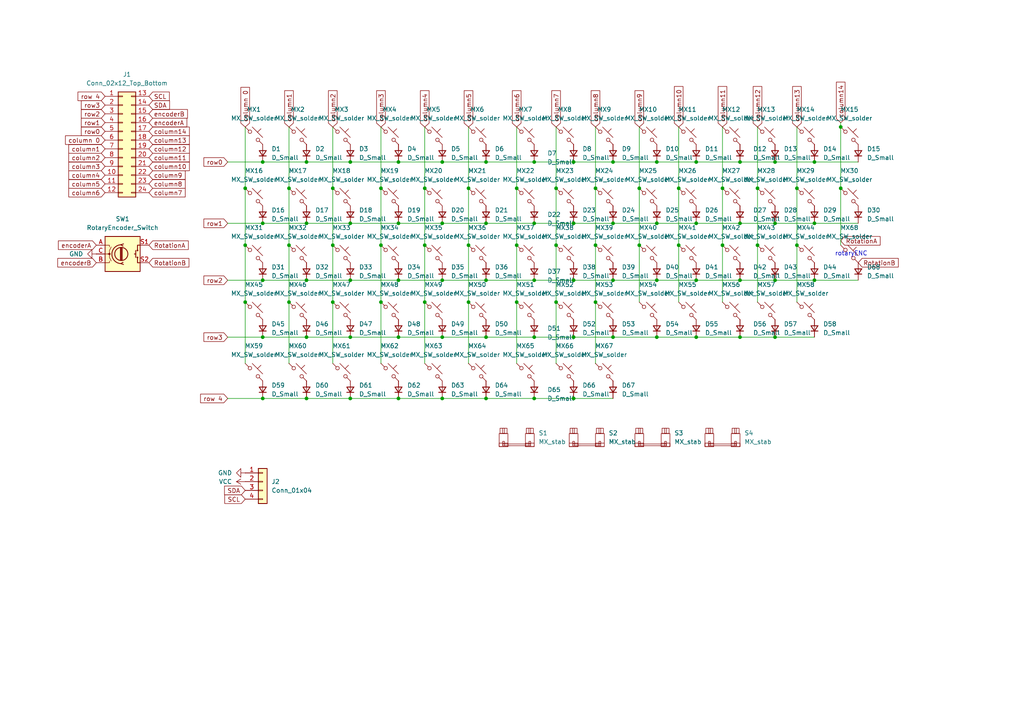
<source format=kicad_sch>
(kicad_sch (version 20231120) (generator "eeschema") (generator_version "8.0")
  (paper "A4")
  (lib_symbols
    (symbol "Connector_Generic:Conn_01x04" (pin_names (offset 1.016) hide)
      (property "Reference" "J" (at 0 5.08 0))
      (property "Value" "Conn_01x04" (at 0 -7.62 0))
      (symbol "Conn_01x04_1_1"
        (pin passive line (at -5.08 2.54 0) (length 3.81) (name "Pin_1") (number "1"))
        (pin passive line (at -5.08 0 0) (length 3.81) (name "Pin_2") (number "2"))
        (pin passive line (at -5.08 -2.54 0) (length 3.81) (name "Pin_3") (number "3"))
        (pin passive line (at -5.08 -5.08 0) (length 3.81) (name "Pin_4") (number "4"))
      )
    )
    (symbol "Connector_Generic:Conn_02x12_Top_Bottom" (pin_names (offset 1.016) hide)
      (property "Reference" "J" (at 1.27 15.24 0))
      (property "Value" "Conn_02x12_Top_Bottom" (at 1.27 -17.78 0))
      (symbol "Conn_02x12_Top_Bottom_1_1"
        (pin passive line (at -5.08 12.7 0) (length 3.81) (name "Pin_1") (number "1"))
        (pin passive line (at -5.08 -10.16 0) (length 3.81) (name "Pin_10") (number "10"))
        (pin passive line (at -5.08 -12.7 0) (length 3.81) (name "Pin_11") (number "11"))
        (pin passive line (at -5.08 -15.24 0) (length 3.81) (name "Pin_12") (number "12"))
        (pin passive line (at 7.62 12.7 180) (length 3.81) (name "Pin_13") (number "13"))
        (pin passive line (at 7.62 10.16 180) (length 3.81) (name "Pin_14") (number "14"))
        (pin passive line (at 7.62 7.62 180) (length 3.81) (name "Pin_15") (number "15"))
        (pin passive line (at 7.62 5.08 180) (length 3.81) (name "Pin_16") (number "16"))
        (pin passive line (at 7.62 2.54 180) (length 3.81) (name "Pin_17") (number "17"))
        (pin passive line (at 7.62 0 180) (length 3.81) (name "Pin_18") (number "18"))
        (pin passive line (at 7.62 -2.54 180) (length 3.81) (name "Pin_19") (number "19"))
        (pin passive line (at -5.08 10.16 0) (length 3.81) (name "Pin_2") (number "2"))
        (pin passive line (at 7.62 -5.08 180) (length 3.81) (name "Pin_20") (number "20"))
        (pin passive line (at 7.62 -7.62 180) (length 3.81) (name "Pin_21") (number "21"))
        (pin passive line (at 7.62 -10.16 180) (length 3.81) (name "Pin_22") (number "22"))
        (pin passive line (at 7.62 -12.7 180) (length 3.81) (name "Pin_23") (number "23"))
        (pin passive line (at 7.62 -15.24 180) (length 3.81) (name "Pin_24") (number "24"))
        (pin passive line (at -5.08 7.62 0) (length 3.81) (name "Pin_3") (number "3"))
        (pin passive line (at -5.08 5.08 0) (length 3.81) (name "Pin_4") (number "4"))
        (pin passive line (at -5.08 2.54 0) (length 3.81) (name "Pin_5") (number "5"))
        (pin passive line (at -5.08 0 0) (length 3.81) (name "Pin_6") (number "6"))
        (pin passive line (at -5.08 -2.54 0) (length 3.81) (name "Pin_7") (number "7"))
        (pin passive line (at -5.08 -5.08 0) (length 3.81) (name "Pin_8") (number "8"))
        (pin passive line (at -5.08 -7.62 0) (length 3.81) (name "Pin_9") (number "9"))
      )
    )
    (symbol "Device:D_Small" (pin_numbers hide) (pin_names (offset 0.254) hide)
      (property "Reference" "D" (at -1.27 2.032 0))
      (property "Value" "D_Small" (at -3.81 -2.032 0))
      (symbol "D_Small_1_1"
        (pin passive line (at -2.54 0 0) (length 1.778) (name "K") (number "1"))
        (pin passive line (at 2.54 0 180) (length 1.778) (name "A") (number "2"))
      )
    )
    (symbol "Device:RotaryEncoder_Switch" (pin_names (offset 0.254) hide)
      (property "Reference" "SW" (at 0 6.604 0))
      (property "Value" "RotaryEncoder_Switch" (at 0 -6.604 0))
      (symbol "RotaryEncoder_Switch_1_1"
        (pin passive line (at -7.62 2.54 0) (length 2.54) (name "A") (number "A"))
        (pin passive line (at -7.62 -2.54 0) (length 2.54) (name "B") (number "B"))
        (pin passive line (at -7.62 0 0) (length 2.54) (name "C") (number "C"))
        (pin passive line (at 7.62 2.54 180) (length 2.54) (name "S1") (number "S1"))
        (pin passive line (at 7.62 -2.54 180) (length 2.54) (name "S2") (number "S2"))
      )
    )
    (symbol "PCM_marbastlib-mx:MX_SW_solder" (pin_numbers hide) (pin_names (offset 1.016) hide)
      (property "Reference" "MX" (at 3.048 1.016 0))
      (property "Value" "MX_SW_solder" (at 0 -3.81 0))
      (symbol "MX_SW_solder_0_1"
        (pin passive line (at -2.54 2.54 0) (length 0) (name "1") (number "1"))
        (pin passive line (at 2.54 -2.54 180) (length 0) (name "2") (number "2"))
      )
    )
    (symbol "PCM_marbastlib-mx:MX_stab" (pin_names (offset 1.016))
      (property "Reference" "S" (at -5.08 6.35 0))
      (property "Value" "MX_stab" (at -5.08 3.81 0))
    )
    (symbol "power:GND" (power) (pin_numbers hide) (pin_names (offset 0) hide)
      (property "Value" "GND" (at 0 -3.81 0))
      (symbol "GND_1_1"
        (pin power_in line (at 0 0 270) (length 0) (name "~") (number "1"))
      )
    )
    (symbol "power:VCC" (power) (pin_numbers hide) (pin_names (offset 0) hide)
      (property "Value" "VCC" (at 0 3.556 0))
      (symbol "VCC_1_1"
        (pin power_in line (at 0 0 90) (length 0) (name "~") (number "1"))
      )
    )
  )
  (junction (at 71.12 87.63))
  (junction (at 185.42 54.61))
  (junction (at 219.71 71.12))
  (junction (at 214.63 97.79))
  (junction (at 76.2 115.57))
  (junction (at 172.72 54.61))
  (junction (at 231.14 71.12))
  (junction (at 135.89 71.12))
  (junction (at 201.93 64.77))
  (junction (at 88.9 97.79))
  (junction (at 243.84 36.83))
  (junction (at 177.8 81.28))
  (junction (at 190.5 64.77))
  (junction (at 154.94 97.79))
  (junction (at 101.6 115.57))
  (junction (at 149.86 54.61))
  (junction (at 140.97 97.79))
  (junction (at 149.86 71.12))
  (junction (at 166.37 64.77))
  (junction (at 88.9 81.28))
  (junction (at 161.29 71.12))
  (junction (at 115.57 64.77))
  (junction (at 135.89 54.61))
  (junction (at 154.94 81.28))
  (junction (at 128.27 115.57))
  (junction (at 140.97 64.77))
  (junction (at 224.79 64.77))
  (junction (at 71.12 71.12))
  (junction (at 149.86 87.63))
  (junction (at 88.9 115.57))
  (junction (at 214.63 46.99))
  (junction (at 172.72 87.63))
  (junction (at 128.27 97.79))
  (junction (at 123.19 87.63))
  (junction (at 83.82 54.61))
  (junction (at 214.63 64.77))
  (junction (at 177.8 97.79))
  (junction (at 115.57 97.79))
  (junction (at 101.6 81.28))
  (junction (at 224.79 97.79))
  (junction (at 76.2 46.99))
  (junction (at 201.93 46.99))
  (junction (at 76.2 64.77))
  (junction (at 128.27 64.77))
  (junction (at 201.93 97.79))
  (junction (at 166.37 115.57))
  (junction (at 115.57 46.99))
  (junction (at 123.19 54.61))
  (junction (at 166.37 46.99))
  (junction (at 161.29 54.61))
  (junction (at 76.2 81.28))
  (junction (at 172.72 71.12))
  (junction (at 190.5 81.28))
  (junction (at 110.49 54.61))
  (junction (at 209.55 71.12))
  (junction (at 110.49 71.12))
  (junction (at 236.22 46.99))
  (junction (at 236.22 81.28))
  (junction (at 140.97 115.57))
  (junction (at 128.27 46.99))
  (junction (at 166.37 97.79))
  (junction (at 201.93 81.28))
  (junction (at 209.55 54.61))
  (junction (at 196.85 71.12))
  (junction (at 196.85 54.61))
  (junction (at 161.29 87.63))
  (junction (at 135.89 87.63))
  (junction (at 219.71 54.61))
  (junction (at 154.94 115.57))
  (junction (at 214.63 81.28))
  (junction (at 140.97 46.99))
  (junction (at 154.94 64.77))
  (junction (at 101.6 46.99))
  (junction (at 177.8 46.99))
  (junction (at 236.22 64.77))
  (junction (at 224.79 81.28))
  (junction (at 88.9 64.77))
  (junction (at 231.14 54.61))
  (junction (at 154.94 46.99))
  (junction (at 115.57 115.57))
  (junction (at 96.52 71.12))
  (junction (at 185.42 71.12))
  (junction (at 177.8 64.77))
  (junction (at 128.27 81.28))
  (junction (at 224.79 46.99))
  (junction (at 101.6 97.79))
  (junction (at 71.12 54.61))
  (junction (at 140.97 81.28))
  (junction (at 83.82 87.63))
  (junction (at 76.2 97.79))
  (junction (at 96.52 54.61))
  (junction (at 110.49 87.63))
  (junction (at 101.6 64.77))
  (junction (at 190.5 46.99))
  (junction (at 123.19 71.12))
  (junction (at 166.37 81.28))
  (junction (at 190.5 97.79))
  (junction (at 88.9 46.99))
  (junction (at 243.84 54.61))
  (junction (at 83.82 71.12))
  (junction (at 115.57 81.28))
  (junction (at 96.52 87.63))
  (wire (pts (xy 149.86 36.83) (xy 149.86 54.61)))
  (wire (pts (xy 66.04 46.99) (xy 76.2 46.99)))
  (wire (pts (xy 66.04 97.79) (xy 76.2 97.79)))
  (wire (pts (xy 135.89 71.12) (xy 135.89 87.63)))
  (wire (pts (xy 96.52 54.61) (xy 96.52 71.12)))
  (wire (pts (xy 140.97 81.28) (xy 154.94 81.28)))
  (wire (pts (xy 177.8 46.99) (xy 190.5 46.99)))
  (wire (pts (xy 96.52 36.83) (xy 96.52 54.61)))
  (wire (pts (xy 166.37 115.57) (xy 177.8 115.57)))
  (wire (pts (xy 161.29 36.83) (xy 161.29 54.61)))
  (wire (pts (xy 115.57 115.57) (xy 128.27 115.57)))
  (wire (pts (xy 201.93 46.99) (xy 214.63 46.99)))
  (wire (pts (xy 76.2 64.77) (xy 88.9 64.77)))
  (wire (pts (xy 115.57 46.99) (xy 128.27 46.99)))
  (wire (pts (xy 88.9 46.99) (xy 101.6 46.99)))
  (wire (pts (xy 161.29 54.61) (xy 161.29 71.12)))
  (wire (pts (xy 166.37 64.77) (xy 177.8 64.77)))
  (wire (pts (xy 154.94 64.77) (xy 166.37 64.77)))
  (wire (pts (xy 166.37 97.79) (xy 177.8 97.79)))
  (wire (pts (xy 243.84 35.56) (xy 243.84 36.83)))
  (wire (pts (xy 185.42 54.61) (xy 185.42 71.12)))
  (wire (pts (xy 196.85 54.61) (xy 196.85 71.12)))
  (wire (pts (xy 96.52 87.63) (xy 96.52 105.41)))
  (wire (pts (xy 88.9 64.77) (xy 101.6 64.77)))
  (wire (pts (xy 128.27 81.28) (xy 140.97 81.28)))
  (wire (pts (xy 236.22 46.99) (xy 248.92 46.99)))
  (wire (pts (xy 172.72 54.61) (xy 172.72 71.12)))
  (wire (pts (xy 83.82 54.61) (xy 83.82 71.12)))
  (wire (pts (xy 110.49 71.12) (xy 110.49 87.63)))
  (wire (pts (xy 110.49 87.63) (xy 110.49 105.41)))
  (wire (pts (xy 190.5 97.79) (xy 201.93 97.79)))
  (wire (pts (xy 83.82 36.83) (xy 83.82 54.61)))
  (wire (pts (xy 177.8 64.77) (xy 190.5 64.77)))
  (wire (pts (xy 128.27 115.57) (xy 140.97 115.57)))
  (wire (pts (xy 110.49 36.83) (xy 110.49 54.61)))
  (wire (pts (xy 177.8 81.28) (xy 190.5 81.28)))
  (wire (pts (xy 66.04 64.77) (xy 76.2 64.77)))
  (wire (pts (xy 172.72 87.63) (xy 172.72 105.41)))
  (wire (pts (xy 101.6 64.77) (xy 115.57 64.77)))
  (wire (pts (xy 88.9 97.79) (xy 101.6 97.79)))
  (wire (pts (xy 154.94 97.79) (xy 166.37 97.79)))
  (wire (pts (xy 96.52 71.12) (xy 96.52 87.63)))
  (wire (pts (xy 101.6 97.79) (xy 115.57 97.79)))
  (wire (pts (xy 219.71 54.61) (xy 219.71 71.12)))
  (wire (pts (xy 166.37 46.99) (xy 177.8 46.99)))
  (wire (pts (xy 149.86 87.63) (xy 149.86 105.41)))
  (wire (pts (xy 214.63 81.28) (xy 224.79 81.28)))
  (wire (pts (xy 76.2 115.57) (xy 88.9 115.57)))
  (wire (pts (xy 71.12 36.83) (xy 71.12 54.61)))
  (wire (pts (xy 224.79 46.99) (xy 236.22 46.99)))
  (wire (pts (xy 201.93 81.28) (xy 214.63 81.28)))
  (wire (pts (xy 71.12 54.61) (xy 71.12 71.12)))
  (wire (pts (xy 123.19 54.61) (xy 123.19 71.12)))
  (wire (pts (xy 209.55 54.61) (xy 209.55 71.12)))
  (wire (pts (xy 219.71 36.83) (xy 219.71 54.61)))
  (wire (pts (xy 154.94 46.99) (xy 166.37 46.99)))
  (wire (pts (xy 185.42 36.83) (xy 185.42 54.61)))
  (wire (pts (xy 209.55 36.83) (xy 209.55 54.61)))
  (wire (pts (xy 214.63 97.79) (xy 224.79 97.79)))
  (wire (pts (xy 110.49 54.61) (xy 110.49 71.12)))
  (wire (pts (xy 140.97 97.79) (xy 154.94 97.79)))
  (wire (pts (xy 128.27 46.99) (xy 140.97 46.99)))
  (wire (pts (xy 154.94 115.57) (xy 166.37 115.57)))
  (wire (pts (xy 76.2 81.28) (xy 88.9 81.28)))
  (wire (pts (xy 201.93 97.79) (xy 214.63 97.79)))
  (wire (pts (xy 149.86 71.12) (xy 149.86 87.63)))
  (wire (pts (xy 185.42 71.12) (xy 185.42 87.63)))
  (wire (pts (xy 161.29 87.63) (xy 161.29 105.41)))
  (wire (pts (xy 115.57 81.28) (xy 128.27 81.28)))
  (wire (pts (xy 123.19 71.12) (xy 123.19 87.63)))
  (wire (pts (xy 177.8 97.79) (xy 190.5 97.79)))
  (wire (pts (xy 128.27 64.77) (xy 140.97 64.77)))
  (wire (pts (xy 76.2 46.99) (xy 88.9 46.99)))
  (wire (pts (xy 172.72 36.83) (xy 172.72 54.61)))
  (wire (pts (xy 243.84 36.83) (xy 243.84 54.61)))
  (wire (pts (xy 115.57 64.77) (xy 128.27 64.77)))
  (wire (pts (xy 135.89 87.63) (xy 135.89 105.41)))
  (wire (pts (xy 243.84 54.61) (xy 243.84 71.12)))
  (wire (pts (xy 224.79 64.77) (xy 236.22 64.77)))
  (wire (pts (xy 135.89 54.61) (xy 135.89 71.12)))
  (wire (pts (xy 190.5 46.99) (xy 201.93 46.99)))
  (wire (pts (xy 76.2 97.79) (xy 88.9 97.79)))
  (wire (pts (xy 83.82 71.12) (xy 83.82 87.63)))
  (wire (pts (xy 123.19 36.83) (xy 123.19 54.61)))
  (wire (pts (xy 71.12 87.63) (xy 71.12 105.41)))
  (wire (pts (xy 172.72 71.12) (xy 172.72 87.63)))
  (wire (pts (xy 224.79 97.79) (xy 236.22 97.79)))
  (wire (pts (xy 140.97 64.77) (xy 154.94 64.77)))
  (wire (pts (xy 88.9 115.57) (xy 101.6 115.57)))
  (wire (pts (xy 231.14 36.83) (xy 231.14 54.61)))
  (wire (pts (xy 101.6 46.99) (xy 115.57 46.99)))
  (wire (pts (xy 140.97 115.57) (xy 154.94 115.57)))
  (wire (pts (xy 166.37 81.28) (xy 177.8 81.28)))
  (wire (pts (xy 149.86 54.61) (xy 149.86 71.12)))
  (wire (pts (xy 101.6 81.28) (xy 115.57 81.28)))
  (wire (pts (xy 101.6 115.57) (xy 115.57 115.57)))
  (wire (pts (xy 224.79 81.28) (xy 236.22 81.28)))
  (wire (pts (xy 209.55 71.12) (xy 209.55 87.63)))
  (wire (pts (xy 71.12 71.12) (xy 71.12 87.63)))
  (wire (pts (xy 140.97 46.99) (xy 154.94 46.99)))
  (wire (pts (xy 236.22 64.77) (xy 248.92 64.77)))
  (wire (pts (xy 135.89 36.83) (xy 135.89 54.61)))
  (wire (pts (xy 123.19 87.63) (xy 123.19 105.41)))
  (wire (pts (xy 66.04 81.28) (xy 76.2 81.28)))
  (wire (pts (xy 201.93 64.77) (xy 214.63 64.77)))
  (wire (pts (xy 66.04 115.57) (xy 76.2 115.57)))
  (wire (pts (xy 196.85 71.12) (xy 196.85 87.63)))
  (wire (pts (xy 128.27 97.79) (xy 140.97 97.79)))
  (wire (pts (xy 115.57 97.79) (xy 128.27 97.79)))
  (wire (pts (xy 161.29 71.12) (xy 161.29 87.63)))
  (wire (pts (xy 231.14 71.12) (xy 231.14 87.63)))
  (wire (pts (xy 231.14 54.61) (xy 231.14 71.12)))
  (wire (pts (xy 196.85 36.83) (xy 196.85 54.61)))
  (wire (pts (xy 219.71 71.12) (xy 219.71 87.63)))
  (wire (pts (xy 214.63 64.77) (xy 224.79 64.77)))
  (wire (pts (xy 190.5 64.77) (xy 201.93 64.77)))
  (wire (pts (xy 83.82 87.63) (xy 83.82 105.41)))
  (wire (pts (xy 236.22 81.28) (xy 248.92 81.28)))
  (wire (pts (xy 190.5 81.28) (xy 201.93 81.28)))
  (wire (pts (xy 214.63 46.99) (xy 224.79 46.99)))
  (wire (pts (xy 88.9 81.28) (xy 101.6 81.28)))
  (wire (pts (xy 154.94 81.28) (xy 166.37 81.28)))
  (text "rotaryENC" (at 246.888 73.66 0) (effects (font (size 1.27 1.27))))
  (global_label "column5" (shape input) (at 135.89 36.83 90) (property "Intersheetrefs" "${INTERSHEET_REFS}" (effects (hide yes))))
  (global_label "column9" (shape input) (at 185.42 36.83 90) (property "Intersheetrefs" "${INTERSHEET_REFS}" (effects (hide yes))))
  (global_label "RotationB" (shape input) (at 248.92 76.2 0) (property "Intersheetrefs" "${INTERSHEET_REFS}" (effects (hide yes))))
  (global_label "column6" (shape input) (at 149.86 36.83 90) (property "Intersheetrefs" "${INTERSHEET_REFS}" (effects (hide yes))))
  (global_label "row2" (shape input) (at 66.04 81.28 180) (property "Intersheetrefs" "${INTERSHEET_REFS}" (effects (hide yes))))
  (global_label "row1" (shape input) (at 66.04 64.77 180) (property "Intersheetrefs" "${INTERSHEET_REFS}" (effects (hide yes))))
  (global_label "column4" (shape input) (at 123.19 36.83 90) (property "Intersheetrefs" "${INTERSHEET_REFS}" (effects (hide yes))))
  (global_label "column 0" (shape input) (at 30.48 40.64 180) (property "Intersheetrefs" "${INTERSHEET_REFS}" (effects (hide yes))))
  (global_label "column7" (shape input) (at 161.29 36.83 90) (property "Intersheetrefs" "${INTERSHEET_REFS}" (effects (hide yes))))
  (global_label "RotationB" (shape input) (at 43.18 76.2 0) (property "Intersheetrefs" "${INTERSHEET_REFS}" (effects (hide yes))))
  (global_label "encoderA" (shape input) (at 43.18 35.56 0) (property "Intersheetrefs" "${INTERSHEET_REFS}" (effects (hide yes))))
  (global_label "row 4" (shape input) (at 66.04 115.57 180) (property "Intersheetrefs" "${INTERSHEET_REFS}" (effects (hide yes))))
  (global_label "column8" (shape input) (at 172.72 36.83 90) (property "Intersheetrefs" "${INTERSHEET_REFS}" (effects (hide yes))))
  (global_label "SCL" (shape input) (at 71.12 144.78 180) (property "Intersheetrefs" "${INTERSHEET_REFS}" (effects (hide yes))))
  (global_label "row2" (shape input) (at 30.48 33.02 180) (property "Intersheetrefs" "${INTERSHEET_REFS}" (effects (hide yes))))
  (global_label "column6" (shape input) (at 30.48 55.88 180) (property "Intersheetrefs" "${INTERSHEET_REFS}" (effects (hide yes))))
  (global_label "row3" (shape input) (at 30.48 30.48 180) (property "Intersheetrefs" "${INTERSHEET_REFS}" (effects (hide yes))))
  (global_label "column1" (shape input) (at 83.82 36.83 90) (property "Intersheetrefs" "${INTERSHEET_REFS}" (effects (hide yes))))
  (global_label "column2" (shape input) (at 30.48 45.72 180) (property "Intersheetrefs" "${INTERSHEET_REFS}" (effects (hide yes))))
  (global_label "column7" (shape input) (at 43.18 55.88 0) (property "Intersheetrefs" "${INTERSHEET_REFS}" (effects (hide yes))))
  (global_label "column4" (shape input) (at 30.48 50.8 180) (property "Intersheetrefs" "${INTERSHEET_REFS}" (effects (hide yes))))
  (global_label "column8" (shape input) (at 43.18 53.34 0) (property "Intersheetrefs" "${INTERSHEET_REFS}" (effects (hide yes))))
  (global_label "column9" (shape input) (at 43.18 50.8 0) (property "Intersheetrefs" "${INTERSHEET_REFS}" (effects (hide yes))))
  (global_label "row 4" (shape input) (at 30.48 27.94 180) (property "Intersheetrefs" "${INTERSHEET_REFS}" (effects (hide yes))))
  (global_label "column3" (shape input) (at 30.48 48.26 180) (property "Intersheetrefs" "${INTERSHEET_REFS}" (effects (hide yes))))
  (global_label "column14" (shape input) (at 243.84 35.56 90) (property "Intersheetrefs" "${INTERSHEET_REFS}" (effects (hide yes))))
  (global_label "column2" (shape input) (at 96.52 36.83 90) (property "Intersheetrefs" "${INTERSHEET_REFS}" (effects (hide yes))))
  (global_label "column5" (shape input) (at 30.48 53.34 180) (property "Intersheetrefs" "${INTERSHEET_REFS}" (effects (hide yes))))
  (global_label "column12" (shape input) (at 219.71 36.83 90) (property "Intersheetrefs" "${INTERSHEET_REFS}" (effects (hide yes))))
  (global_label "column3" (shape input) (at 110.49 36.83 90) (property "Intersheetrefs" "${INTERSHEET_REFS}" (effects (hide yes))))
  (global_label "row0" (shape input) (at 30.48 38.1 180) (property "Intersheetrefs" "${INTERSHEET_REFS}" (effects (hide yes))))
  (global_label "SCL" (shape input) (at 43.18 27.94 0) (property "Intersheetrefs" "${INTERSHEET_REFS}" (effects (hide yes))))
  (global_label "column11" (shape input) (at 209.55 36.83 90) (property "Intersheetrefs" "${INTERSHEET_REFS}" (effects (hide yes))))
  (global_label "SDA" (shape input) (at 71.12 142.24 180) (property "Intersheetrefs" "${INTERSHEET_REFS}" (effects (hide yes))))
  (global_label "column14" (shape input) (at 43.18 38.1 0) (property "Intersheetrefs" "${INTERSHEET_REFS}" (effects (hide yes))))
  (global_label "row3" (shape input) (at 66.04 97.79 180) (property "Intersheetrefs" "${INTERSHEET_REFS}" (effects (hide yes))))
  (global_label "SDA" (shape input) (at 43.18 30.48 0) (property "Intersheetrefs" "${INTERSHEET_REFS}" (effects (hide yes))))
  (global_label "encoderB" (shape input) (at 43.18 33.02 0) (property "Intersheetrefs" "${INTERSHEET_REFS}" (effects (hide yes))))
  (global_label "column13" (shape input) (at 231.14 36.83 90) (property "Intersheetrefs" "${INTERSHEET_REFS}" (effects (hide yes))))
  (global_label "row1" (shape input) (at 30.48 35.56 180) (property "Intersheetrefs" "${INTERSHEET_REFS}" (effects (hide yes))))
  (global_label "column11" (shape input) (at 43.18 45.72 0) (property "Intersheetrefs" "${INTERSHEET_REFS}" (effects (hide yes))))
  (global_label "column10" (shape input) (at 196.85 36.83 90) (property "Intersheetrefs" "${INTERSHEET_REFS}" (effects (hide yes))))
  (global_label "encoderA" (shape input) (at 27.94 71.12 180) (property "Intersheetrefs" "${INTERSHEET_REFS}" (effects (hide yes))))
  (global_label "column12" (shape input) (at 43.18 43.18 0) (property "Intersheetrefs" "${INTERSHEET_REFS}" (effects (hide yes))))
  (global_label "column10" (shape input) (at 43.18 48.26 0) (property "Intersheetrefs" "${INTERSHEET_REFS}" (effects (hide yes))))
  (global_label "column1" (shape input) (at 30.48 43.18 180) (property "Intersheetrefs" "${INTERSHEET_REFS}" (effects (hide yes))))
  (global_label "encoderB" (shape input) (at 27.94 76.2 180) (property "Intersheetrefs" "${INTERSHEET_REFS}" (effects (hide yes))))
  (global_label "column13" (shape input) (at 43.18 40.64 0) (property "Intersheetrefs" "${INTERSHEET_REFS}" (effects (hide yes))))
  (global_label "RotationA" (shape input) (at 243.84 69.85 0) (property "Intersheetrefs" "${INTERSHEET_REFS}" (effects (hide yes))))
  (global_label "row0" (shape input) (at 66.04 46.99 180) (property "Intersheetrefs" "${INTERSHEET_REFS}" (effects (hide yes))))
  (global_label "column 0" (shape input) (at 71.12 36.83 90) (property "Intersheetrefs" "${INTERSHEET_REFS}" (effects (hide yes))))
  (global_label "RotationA" (shape input) (at 43.18 71.12 0) (property "Intersheetrefs" "${INTERSHEET_REFS}" (effects (hide yes))))
  (symbol (lib_id "Device:D_Small") (at 166.37 95.25 90) (unit 1)
    (property "Reference" "D52" (at 168.91 93.9799 90) (effects (justify right)))
    (property "Value" "D_Small" (at 168.91 96.5199 90) (effects (justify right)))
    (property "Footprint" "Diode_SMD:D_SOD-123" (effects (hide yes)))
    (property "Description" "Diode, small symbol" (effects (hide yes)))
    (property "Sim.Device" "D" (effects (hide yes)))
    (property "Sim.Pins" "1=K 2=A" (effects (hide yes)))
  )
  (symbol (lib_id "PCM_marbastlib-mx:MX_SW_solder") (at 246.38 57.15 0) (unit 1)
    (property "Reference" "MX30" (at 246.38 49.53 0))
    (property "Value" "MX_SW_solder" (at 246.38 52.07 0))
    (property "Footprint" "PCM_marbastlib-mx:SW_MX_1u" (effects (hide yes)))
    (property "Description" "Push button switch, normally open, two pins, 45° tilted" (effects (hide yes)))
  )
  (symbol (lib_id "Device:D_Small") (at 101.6 62.23 90) (unit 1)
    (property "Reference" "D18" (at 104.14 60.9599 90) (effects (justify right)))
    (property "Value" "D_Small" (at 104.14 63.4999 90) (effects (justify right)))
    (property "Footprint" "Diode_SMD:D_SOD-123" (effects (hide yes)))
    (property "Description" "Diode, small symbol" (effects (hide yes)))
    (property "Sim.Device" "D" (effects (hide yes)))
    (property "Sim.Pins" "1=K 2=A" (effects (hide yes)))
  )
  (symbol (lib_id "Device:D_Small") (at 166.37 62.23 90) (unit 1)
    (property "Reference" "D23" (at 168.91 60.9599 90) (effects (justify right)))
    (property "Value" "D_Small" (at 168.91 63.4999 90) (effects (justify right)))
    (property "Footprint" "Diode_SMD:D_SOD-123" (effects (hide yes)))
    (property "Description" "Diode, small symbol" (effects (hide yes)))
    (property "Sim.Device" "D" (effects (hide yes)))
    (property "Sim.Pins" "1=K 2=A" (effects (hide yes)))
  )
  (symbol (lib_id "PCM_marbastlib-mx:MX_SW_solder") (at 125.73 57.15 0) (unit 1)
    (property "Reference" "MX20" (at 125.73 49.53 0))
    (property "Value" "MX_SW_solder" (at 125.73 52.07 0))
    (property "Footprint" "PCM_marbastlib-mx:SW_MX_1u" (effects (hide yes)))
    (property "Description" "Push button switch, normally open, two pins, 45° tilted" (effects (hide yes)))
  )
  (symbol (lib_id "PCM_marbastlib-mx:MX_SW_solder") (at 222.25 39.37 0) (unit 1)
    (property "Reference" "MX13" (at 222.25 31.75 0))
    (property "Value" "MX_SW_solder" (at 222.25 34.29 0))
    (property "Footprint" "PCM_marbastlib-mx:SW_MX_1u" (effects (hide yes)))
    (property "Description" "Push button switch, normally open, two pins, 45° tilted" (effects (hide yes)))
  )
  (symbol (lib_id "Device:D_Small") (at 201.93 62.23 90) (unit 1)
    (property "Reference" "D26" (at 204.47 60.9599 90) (effects (justify right)))
    (property "Value" "D_Small" (at 204.47 63.4999 90) (effects (justify right)))
    (property "Footprint" "Diode_SMD:D_SOD-123" (effects (hide yes)))
    (property "Description" "Diode, small symbol" (effects (hide yes)))
    (property "Sim.Device" "D" (effects (hide yes)))
    (property "Sim.Pins" "1=K 2=A" (effects (hide yes)))
  )
  (symbol (lib_id "Device:D_Small") (at 248.92 44.45 90) (unit 1)
    (property "Reference" "D15" (at 251.46 43.1799 90) (effects (justify right)))
    (property "Value" "D_Small" (at 251.46 45.7199 90) (effects (justify right)))
    (property "Footprint" "Diode_SMD:D_SOD-123" (effects (hide yes)))
    (property "Description" "Diode, small symbol" (effects (hide yes)))
    (property "Sim.Device" "D" (effects (hide yes)))
    (property "Sim.Pins" "1=K 2=A" (effects (hide yes)))
  )
  (symbol (lib_id "Device:D_Small") (at 190.5 44.45 90) (unit 1)
    (property "Reference" "D10" (at 193.04 43.1799 90) (effects (justify right)))
    (property "Value" "D_Small" (at 193.04 45.7199 90) (effects (justify right)))
    (property "Footprint" "Diode_SMD:D_SOD-123" (effects (hide yes)))
    (property "Description" "Diode, small symbol" (effects (hide yes)))
    (property "Sim.Device" "D" (effects (hide yes)))
    (property "Sim.Pins" "1=K 2=A" (effects (hide yes)))
  )
  (symbol (lib_id "Device:D_Small") (at 88.9 78.74 90) (unit 1)
    (property "Reference" "D32" (at 91.44 77.4699 90) (effects (justify right)))
    (property "Value" "D_Small" (at 91.44 80.0099 90) (effects (justify right)))
    (property "Footprint" "Diode_SMD:D_SOD-123" (effects (hide yes)))
    (property "Description" "Diode, small symbol" (effects (hide yes)))
    (property "Sim.Device" "D" (effects (hide yes)))
    (property "Sim.Pins" "1=K 2=A" (effects (hide yes)))
  )
  (symbol (lib_id "PCM_marbastlib-mx:MX_SW_solder") (at 163.83 73.66 0) (unit 1)
    (property "Reference" "MX38" (at 163.83 66.04 0))
    (property "Value" "MX_SW_solder" (at 163.83 68.58 0))
    (property "Footprint" "PCM_marbastlib-mx:SW_MX_1u" (effects (hide yes)))
    (property "Description" "Push button switch, normally open, two pins, 45° tilted" (effects (hide yes)))
  )
  (symbol (lib_id "Device:D_Small") (at 224.79 78.74 90) (unit 1)
    (property "Reference" "D43" (at 227.33 77.4699 90) (effects (justify right)))
    (property "Value" "D_Small" (at 227.33 80.0099 90) (effects (justify right)))
    (property "Footprint" "Diode_SMD:D_SOD-123" (effects (hide yes)))
    (property "Description" "Diode, small symbol" (effects (hide yes)))
    (property "Sim.Device" "D" (effects (hide yes)))
    (property "Sim.Pins" "1=K 2=A" (effects (hide yes)))
  )
  (symbol (lib_id "PCM_marbastlib-mx:MX_SW_solder") (at 175.26 90.17 0) (unit 1)
    (property "Reference" "MX53" (at 175.26 82.55 0))
    (property "Value" "MX_SW_solder" (at 175.26 85.09 0))
    (property "Footprint" "PCM_marbastlib-mx:SW_MX_1u" (effects (hide yes)))
    (property "Description" "Push button switch, normally open, two pins, 45° tilted" (effects (hide yes)))
  )
  (symbol (lib_id "PCM_marbastlib-mx:MX_SW_solder") (at 233.68 90.17 0) (unit 1)
    (property "Reference" "MX58" (at 233.68 82.55 0))
    (property "Value" "MX_SW_solder" (at 233.68 85.09 0))
    (property "Footprint" "PCM_marbastlib-mx:SW_MX_1u" (effects (hide yes)))
    (property "Description" "Push button switch, normally open, two pins, 45° tilted" (effects (hide yes)))
  )
  (symbol (lib_id "PCM_marbastlib-mx:MX_SW_solder") (at 187.96 90.17 0) (unit 1)
    (property "Reference" "MX54" (at 187.96 82.55 0))
    (property "Value" "MX_SW_solder" (at 187.96 85.09 0))
    (property "Footprint" "PCM_marbastlib-mx:SW_MX_1u" (effects (hide yes)))
    (property "Description" "Push button switch, normally open, two pins, 45° tilted" (effects (hide yes)))
  )
  (symbol (lib_id "Device:D_Small") (at 166.37 113.03 90) (unit 1)
    (property "Reference" "D66" (at 168.91 111.7599 90) (effects (justify right)))
    (property "Value" "D_Small" (at 168.91 114.2999 90) (effects (justify right)))
    (property "Footprint" "Diode_SMD:D_SOD-123" (effects (hide yes)))
    (property "Description" "Diode, small symbol" (effects (hide yes)))
    (property "Sim.Device" "D" (effects (hide yes)))
    (property "Sim.Pins" "1=K 2=A" (effects (hide yes)))
  )
  (symbol (lib_id "power:VCC") (at 71.12 139.7 90) (unit 1)
    (property "Reference" "#PWR03" (effects (hide yes)))
    (property "Value" "VCC" (at 67.31 139.6999 90) (effects (justify left)))
    (property "Description" "Power symbol creates a global label with name \"VCC\"" (effects (hide yes)))
  )
  (symbol (lib_id "Device:D_Small") (at 101.6 95.25 90) (unit 1)
    (property "Reference" "D47" (at 104.14 93.9799 90) (effects (justify right)))
    (property "Value" "D_Small" (at 104.14 96.5199 90) (effects (justify right)))
    (property "Footprint" "Diode_SMD:D_SOD-123" (effects (hide yes)))
    (property "Description" "Diode, small symbol" (effects (hide yes)))
    (property "Sim.Device" "D" (effects (hide yes)))
    (property "Sim.Pins" "1=K 2=A" (effects (hide yes)))
  )
  (symbol (lib_id "Device:D_Small") (at 154.94 95.25 90) (unit 1)
    (property "Reference" "D51" (at 158.75 95.2499 90) (effects (justify right)))
    (property "Value" "D_Small" (at 158.75 97.7899 90) (effects (justify right)))
    (property "Footprint" "Diode_SMD:D_SOD-123" (effects (hide yes)))
    (property "Description" "Diode, small symbol" (effects (hide yes)))
    (property "Sim.Device" "D" (effects (hide yes)))
    (property "Sim.Pins" "1=K 2=A" (effects (hide yes)))
  )
  (symbol (lib_id "power:GND") (at 71.12 137.16 270) (unit 1)
    (property "Reference" "#PWR02" (effects (hide yes)))
    (property "Value" "GND" (at 67.31 137.1599 90) (effects (justify right)))
    (property "Description" "Power symbol creates a global label with name \"GND\" , ground" (effects (hide yes)))
  )
  (symbol (lib_id "Device:D_Small") (at 154.94 113.03 90) (unit 1)
    (property "Reference" "D65" (at 158.75 113.0299 90) (effects (justify right)))
    (property "Value" "D_Small" (at 158.75 115.5699 90) (effects (justify right)))
    (property "Footprint" "Diode_SMD:D_SOD-123" (effects (hide yes)))
    (property "Description" "Diode, small symbol" (effects (hide yes)))
    (property "Sim.Device" "D" (effects (hide yes)))
    (property "Sim.Pins" "1=K 2=A" (effects (hide yes)))
  )
  (symbol (lib_id "Device:D_Small") (at 248.92 62.23 90) (unit 1)
    (property "Reference" "D30" (at 251.46 60.9599 90) (effects (justify right)))
    (property "Value" "D_Small" (at 251.46 63.4999 90) (effects (justify right)))
    (property "Footprint" "Diode_SMD:D_SOD-123" (effects (hide yes)))
    (property "Description" "Diode, small symbol" (effects (hide yes)))
    (property "Sim.Device" "D" (effects (hide yes)))
    (property "Sim.Pins" "1=K 2=A" (effects (hide yes)))
  )
  (symbol (lib_id "Device:D_Small") (at 128.27 44.45 90) (unit 1)
    (property "Reference" "D5" (at 130.81 43.1799 90) (effects (justify right)))
    (property "Value" "D_Small" (at 130.81 45.7199 90) (effects (justify right)))
    (property "Footprint" "Diode_SMD:D_SOD-123" (effects (hide yes)))
    (property "Description" "Diode, small symbol" (effects (hide yes)))
    (property "Sim.Device" "D" (effects (hide yes)))
    (property "Sim.Pins" "1=K 2=A" (effects (hide yes)))
  )
  (symbol (lib_id "Device:D_Small") (at 76.2 44.45 90) (unit 1)
    (property "Reference" "D1" (at 78.74 43.1799 90) (effects (justify right)))
    (property "Value" "D_Small" (at 78.74 45.7199 90) (effects (justify right)))
    (property "Footprint" "Diode_SMD:D_SOD-123" (effects (hide yes)))
    (property "Description" "Diode, small symbol" (effects (hide yes)))
    (property "Sim.Device" "D" (effects (hide yes)))
    (property "Sim.Pins" "1=K 2=A" (effects (hide yes)))
  )
  (symbol (lib_id "Device:D_Small") (at 88.9 62.23 90) (unit 1)
    (property "Reference" "D17" (at 91.44 60.9599 90) (effects (justify right)))
    (property "Value" "D_Small" (at 91.44 63.4999 90) (effects (justify right)))
    (property "Footprint" "Diode_SMD:D_SOD-123" (effects (hide yes)))
    (property "Description" "Diode, small symbol" (effects (hide yes)))
    (property "Sim.Device" "D" (effects (hide yes)))
    (property "Sim.Pins" "1=K 2=A" (effects (hide yes)))
  )
  (symbol (lib_id "Device:D_Small") (at 177.8 95.25 90) (unit 1)
    (property "Reference" "D53" (at 180.34 93.9799 90) (effects (justify right)))
    (property "Value" "D_Small" (at 180.34 96.5199 90) (effects (justify right)))
    (property "Footprint" "Diode_SMD:D_SOD-123" (effects (hide yes)))
    (property "Description" "Diode, small symbol" (effects (hide yes)))
    (property "Sim.Device" "D" (effects (hide yes)))
    (property "Sim.Pins" "1=K 2=A" (effects (hide yes)))
  )
  (symbol (lib_id "PCM_marbastlib-mx:MX_SW_solder") (at 246.38 73.66 0) (unit 1)
    (property "Reference" "MX68" (at 246.38 66.04 0))
    (property "Value" "MX_SW_solder" (at 246.38 68.58 0))
    (property "Footprint" "PCM_marbastlib-mx:SW_MX_1u" (effects (hide yes)))
    (property "Description" "Push button switch, normally open, two pins, 45° tilted" (effects (hide yes)))
  )
  (symbol (lib_id "PCM_marbastlib-mx:MX_SW_solder") (at 138.43 107.95 0) (unit 1)
    (property "Reference" "MX64" (at 138.43 100.33 0))
    (property "Value" "MX_SW_solder" (at 138.43 102.87 0))
    (property "Footprint" "PCM_marbastlib-mx:SW_MX_1.25u" (effects (hide yes)))
    (property "Description" "Push button switch, normally open, two pins, 45° tilted" (effects (hide yes)))
  )
  (symbol (lib_id "Device:D_Small") (at 248.92 78.74 90) (unit 1)
    (property "Reference" "D68" (at 251.46 77.4699 90) (effects (justify right)))
    (property "Value" "D_Small" (at 251.46 80.0099 90) (effects (justify right)))
    (property "Footprint" "Diode_SMD:D_SOD-123" (effects (hide yes)))
    (property "Description" "Diode, small symbol" (effects (hide yes)))
    (property "Sim.Device" "D" (effects (hide yes)))
    (property "Sim.Pins" "1=K 2=A" (effects (hide yes)))
  )
  (symbol (lib_id "PCM_marbastlib-mx:MX_SW_solder") (at 99.06 57.15 0) (unit 1)
    (property "Reference" "MX18" (at 99.06 49.53 0))
    (property "Value" "MX_SW_solder" (at 99.06 52.07 0))
    (property "Footprint" "PCM_marbastlib-mx:SW_MX_1u" (effects (hide yes)))
    (property "Description" "Push button switch, normally open, two pins, 45° tilted" (effects (hide yes)))
  )
  (symbol (lib_id "PCM_marbastlib-mx:MX_SW_solder") (at 175.26 39.37 0) (unit 1)
    (property "Reference" "MX9" (at 175.26 31.75 0))
    (property "Value" "MX_SW_solder" (at 175.26 34.29 0))
    (property "Footprint" "PCM_marbastlib-mx:SW_MX_1u" (effects (hide yes)))
    (property "Description" "Push button switch, normally open, two pins, 45° tilted" (effects (hide yes)))
  )
  (symbol (lib_id "Device:D_Small") (at 201.93 78.74 90) (unit 1)
    (property "Reference" "D41" (at 204.47 77.4699 90) (effects (justify right)))
    (property "Value" "D_Small" (at 204.47 80.0099 90) (effects (justify right)))
    (property "Footprint" "Diode_SMD:D_SOD-123" (effects (hide yes)))
    (property "Description" "Diode, small symbol" (effects (hide yes)))
    (property "Sim.Device" "D" (effects (hide yes)))
    (property "Sim.Pins" "1=K 2=A" (effects (hide yes)))
  )
  (symbol (lib_id "Device:D_Small") (at 140.97 78.74 90) (unit 1)
    (property "Reference" "D36" (at 143.51 77.4699 90) (effects (justify right)))
    (property "Value" "D_Small" (at 143.51 80.0099 90) (effects (justify right)))
    (property "Footprint" "Diode_SMD:D_SOD-123" (effects (hide yes)))
    (property "Description" "Diode, small symbol" (effects (hide yes)))
    (property "Sim.Device" "D" (effects (hide yes)))
    (property "Sim.Pins" "1=K 2=A" (effects (hide yes)))
  )
  (symbol (lib_id "Device:D_Small") (at 76.2 95.25 90) (unit 1)
    (property "Reference" "D45" (at 78.74 93.9799 90) (effects (justify right)))
    (property "Value" "D_Small" (at 78.74 96.5199 90) (effects (justify right)))
    (property "Footprint" "Diode_SMD:D_SOD-123" (effects (hide yes)))
    (property "Description" "Diode, small symbol" (effects (hide yes)))
    (property "Sim.Device" "D" (effects (hide yes)))
    (property "Sim.Pins" "1=K 2=A" (effects (hide yes)))
  )
  (symbol (lib_id "Device:D_Small") (at 166.37 44.45 90) (unit 1)
    (property "Reference" "D8" (at 168.91 43.1799 90) (effects (justify right)))
    (property "Value" "D_Small" (at 168.91 45.7199 90) (effects (justify right)))
    (property "Footprint" "Diode_SMD:D_SOD-123" (effects (hide yes)))
    (property "Description" "Diode, small symbol" (effects (hide yes)))
    (property "Sim.Device" "D" (effects (hide yes)))
    (property "Sim.Pins" "1=K 2=A" (effects (hide yes)))
  )
  (symbol (lib_id "PCM_marbastlib-mx:MX_SW_solder") (at 86.36 39.37 0) (unit 1)
    (property "Reference" "MX2" (at 86.36 31.75 0))
    (property "Value" "MX_SW_solder" (at 86.36 34.29 0))
    (property "Footprint" "PCM_marbastlib-mx:SW_MX_1u" (effects (hide yes)))
    (property "Description" "Push button switch, normally open, two pins, 45° tilted" (effects (hide yes)))
  )
  (symbol (lib_id "PCM_marbastlib-mx:MX_SW_solder") (at 113.03 39.37 0) (unit 1)
    (property "Reference" "MX4" (at 113.03 31.75 0))
    (property "Value" "MX_SW_solder" (at 113.03 34.29 0))
    (property "Footprint" "PCM_marbastlib-mx:SW_MX_1u" (effects (hide yes)))
    (property "Description" "Push button switch, normally open, two pins, 45° tilted" (effects (hide yes)))
  )
  (symbol (lib_id "Device:D_Small") (at 88.9 113.03 90) (unit 1)
    (property "Reference" "D60" (at 91.44 111.7599 90) (effects (justify right)))
    (property "Value" "D_Small" (at 91.44 114.2999 90) (effects (justify right)))
    (property "Footprint" "Diode_SMD:D_SOD-123" (effects (hide yes)))
    (property "Description" "Diode, small symbol" (effects (hide yes)))
    (property "Sim.Device" "D" (effects (hide yes)))
    (property "Sim.Pins" "1=K 2=A" (effects (hide yes)))
  )
  (symbol (lib_id "Device:D_Small") (at 140.97 113.03 90) (unit 1)
    (property "Reference" "D64" (at 143.51 111.7599 90) (effects (justify right)))
    (property "Value" "D_Small" (at 143.51 114.2999 90) (effects (justify right)))
    (property "Footprint" "Diode_SMD:D_SOD-123" (effects (hide yes)))
    (property "Description" "Diode, small symbol" (effects (hide yes)))
    (property "Sim.Device" "D" (effects (hide yes)))
    (property "Sim.Pins" "1=K 2=A" (effects (hide yes)))
  )
  (symbol (lib_id "Device:D_Small") (at 88.9 95.25 90) (unit 1)
    (property "Reference" "D46" (at 91.44 93.9799 90) (effects (justify right)))
    (property "Value" "D_Small" (at 91.44 96.5199 90) (effects (justify right)))
    (property "Footprint" "Diode_SMD:D_SOD-123" (effects (hide yes)))
    (property "Description" "Diode, small symbol" (effects (hide yes)))
    (property "Sim.Device" "D" (effects (hide yes)))
    (property "Sim.Pins" "1=K 2=A" (effects (hide yes)))
  )
  (symbol (lib_id "Device:D_Small") (at 140.97 62.23 90) (unit 1)
    (property "Reference" "D21" (at 143.51 60.9599 90) (effects (justify right)))
    (property "Value" "D_Small" (at 143.51 63.4999 90) (effects (justify right)))
    (property "Footprint" "Diode_SMD:D_SOD-123" (effects (hide yes)))
    (property "Description" "Diode, small symbol" (effects (hide yes)))
    (property "Sim.Device" "D" (effects (hide yes)))
    (property "Sim.Pins" "1=K 2=A" (effects (hide yes)))
  )
  (symbol (lib_id "Device:D_Small") (at 177.8 113.03 90) (unit 1)
    (property "Reference" "D67" (at 180.34 111.7599 90) (effects (justify right)))
    (property "Value" "D_Small" (at 180.34 114.2999 90) (effects (justify right)))
    (property "Footprint" "Diode_SMD:D_SOD-123" (effects (hide yes)))
    (property "Description" "Diode, small symbol" (effects (hide yes)))
    (property "Sim.Device" "D" (effects (hide yes)))
    (property "Sim.Pins" "1=K 2=A" (effects (hide yes)))
  )
  (symbol (lib_id "Device:D_Small") (at 236.22 78.74 90) (unit 1)
    (property "Reference" "D44" (at 238.76 77.4699 90) (effects (justify right)))
    (property "Value" "D_Small" (at 238.76 80.0099 90) (effects (justify right)))
    (property "Footprint" "Diode_SMD:D_SOD-123" (effects (hide yes)))
    (property "Description" "Diode, small symbol" (effects (hide yes)))
    (property "Sim.Device" "D" (effects (hide yes)))
    (property "Sim.Pins" "1=K 2=A" (effects (hide yes)))
  )
  (symbol (lib_id "PCM_marbastlib-mx:MX_SW_solder") (at 138.43 39.37 0) (unit 1)
    (property "Reference" "MX6" (at 138.43 31.75 0))
    (property "Value" "MX_SW_solder" (at 138.43 34.29 0))
    (property "Footprint" "PCM_marbastlib-mx:SW_MX_1u" (effects (hide yes)))
    (property "Description" "Push button switch, normally open, two pins, 45° tilted" (effects (hide yes)))
  )
  (symbol (lib_id "PCM_marbastlib-mx:MX_SW_solder") (at 246.38 39.37 0) (unit 1)
    (property "Reference" "MX15" (at 246.38 31.75 0))
    (property "Value" "MX_SW_solder" (at 246.38 34.29 0))
    (property "Footprint" "PCM_marbastlib-mx:SW_MX_1u" (effects (hide yes)))
    (property "Description" "Push button switch, normally open, two pins, 45° tilted" (effects (hide yes)))
  )
  (symbol (lib_id "PCM_marbastlib-mx:MX_SW_solder") (at 73.66 90.17 0) (unit 1)
    (property "Reference" "MX45" (at 73.66 82.55 0))
    (property "Value" "MX_SW_solder" (at 73.66 85.09 0))
    (property "Footprint" "PCM_marbastlib-mx:SW_MX_1u" (effects (hide yes)))
    (property "Description" "Push button switch, normally open, two pins, 45° tilted" (effects (hide yes)))
  )
  (symbol (lib_id "Device:D_Small") (at 236.22 95.25 90) (unit 1)
    (property "Reference" "D58" (at 238.76 93.9799 90) (effects (justify right)))
    (property "Value" "D_Small" (at 238.76 96.5199 90) (effects (justify right)))
    (property "Footprint" "Diode_SMD:D_SOD-123" (effects (hide yes)))
    (property "Description" "Diode, small symbol" (effects (hide yes)))
    (property "Sim.Device" "D" (effects (hide yes)))
    (property "Sim.Pins" "1=K 2=A" (effects (hide yes)))
  )
  (symbol (lib_id "Device:D_Small") (at 115.57 62.23 90) (unit 1)
    (property "Reference" "D19" (at 118.11 60.9599 90) (effects (justify right)))
    (property "Value" "D_Small" (at 118.11 63.4999 90) (effects (justify right)))
    (property "Footprint" "Diode_SMD:D_SOD-123" (effects (hide yes)))
    (property "Description" "Diode, small symbol" (effects (hide yes)))
    (property "Sim.Device" "D" (effects (hide yes)))
    (property "Sim.Pins" "1=K 2=A" (effects (hide yes)))
  )
  (symbol (lib_id "PCM_marbastlib-mx:MX_SW_solder") (at 187.96 73.66 0) (unit 1)
    (property "Reference" "MX40" (at 187.96 66.04 0))
    (property "Value" "MX_SW_solder" (at 187.96 68.58 0))
    (property "Footprint" "PCM_marbastlib-mx:SW_MX_1u" (effects (hide yes)))
    (property "Description" "Push button switch, normally open, two pins, 45° tilted" (effects (hide yes)))
  )
  (symbol (lib_id "PCM_marbastlib-mx:MX_SW_solder") (at 222.25 57.15 0) (unit 1)
    (property "Reference" "MX28" (at 222.25 49.53 0))
    (property "Value" "MX_SW_solder" (at 222.25 52.07 0))
    (property "Footprint" "PCM_marbastlib-mx:SW_MX_1u" (effects (hide yes)))
    (property "Description" "Push button switch, normally open, two pins, 45° tilted" (effects (hide yes)))
  )
  (symbol (lib_id "Device:RotaryEncoder_Switch") (at 35.56 73.66 0) (unit 1)
    (property "Reference" "SW1" (at 35.56 63.5 0))
    (property "Value" "RotaryEncoder_Switch" (at 35.56 66.04 0))
    (property "Footprint" "PCM_marbastlib-various:RotaryEncoder_EC11" (effects (hide yes)))
    (property "Description" "Rotary encoder, dual channel, incremental quadrate outputs, with switch" (effects (hide yes)))
  )
  (symbol (lib_id "Device:D_Small") (at 76.2 113.03 90) (unit 1)
    (property "Reference" "D59" (at 78.74 111.7599 90) (effects (justify right)))
    (property "Value" "D_Small" (at 78.74 114.2999 90) (effects (justify right)))
    (property "Footprint" "Diode_SMD:D_SOD-123" (effects (hide yes)))
    (property "Description" "Diode, small symbol" (effects (hide yes)))
    (property "Sim.Device" "D" (effects (hide yes)))
    (property "Sim.Pins" "1=K 2=A" (effects (hide yes)))
  )
  (symbol (lib_id "PCM_marbastlib-mx:MX_SW_solder") (at 175.26 57.15 0) (unit 1)
    (property "Reference" "MX24" (at 175.26 49.53 0))
    (property "Value" "MX_SW_solder" (at 175.26 52.07 0))
    (property "Footprint" "PCM_marbastlib-mx:SW_MX_1u" (effects (hide yes)))
    (property "Description" "Push button switch, normally open, two pins, 45° tilted" (effects (hide yes)))
  )
  (symbol (lib_id "PCM_marbastlib-mx:MX_SW_solder") (at 86.36 107.95 0) (unit 1)
    (property "Reference" "MX60" (at 86.36 100.33 0))
    (property "Value" "MX_SW_solder" (at 86.36 102.87 0))
    (property "Footprint" "PCM_marbastlib-mx:SW_MX_1.25u" (effects (hide yes)))
    (property "Description" "Push button switch, normally open, two pins, 45° tilted" (effects (hide yes)))
  )
  (symbol (lib_id "Device:D_Small") (at 115.57 95.25 90) (unit 1)
    (property "Reference" "D48" (at 118.11 93.9799 90) (effects (justify right)))
    (property "Value" "D_Small" (at 118.11 96.5199 90) (effects (justify right)))
    (property "Footprint" "Diode_SMD:D_SOD-123" (effects (hide yes)))
    (property "Description" "Diode, small symbol" (effects (hide yes)))
    (property "Sim.Device" "D" (effects (hide yes)))
    (property "Sim.Pins" "1=K 2=A" (effects (hide yes)))
  )
  (symbol (lib_id "PCM_marbastlib-mx:MX_SW_solder") (at 163.83 57.15 0) (unit 1)
    (property "Reference" "MX23" (at 163.83 49.53 0))
    (property "Value" "MX_SW_solder" (at 163.83 52.07 0))
    (property "Footprint" "PCM_marbastlib-mx:SW_MX_1u" (effects (hide yes)))
    (property "Description" "Push button switch, normally open, two pins, 45° tilted" (effects (hide yes)))
  )
  (symbol (lib_id "PCM_marbastlib-mx:MX_SW_solder") (at 113.03 90.17 0) (unit 1)
    (property "Reference" "MX48" (at 113.03 82.55 0))
    (property "Value" "MX_SW_solder" (at 113.03 85.09 0))
    (property "Footprint" "PCM_marbastlib-mx:SW_MX_1u" (effects (hide yes)))
    (property "Description" "Push button switch, normally open, two pins, 45° tilted" (effects (hide yes)))
  )
  (symbol (lib_id "PCM_marbastlib-mx:MX_SW_solder") (at 73.66 39.37 0) (unit 1)
    (property "Reference" "MX1" (at 73.66 31.75 0))
    (property "Value" "MX_SW_solder" (at 73.66 34.29 0))
    (property "Footprint" "PCM_marbastlib-mx:SW_MX_1u" (effects (hide yes)))
    (property "Description" "Push button switch, normally open, two pins, 45° tilted" (effects (hide yes)))
  )
  (symbol (lib_id "Device:D_Small") (at 115.57 113.03 90) (unit 1)
    (property "Reference" "D62" (at 118.11 111.7599 90) (effects (justify right)))
    (property "Value" "D_Small" (at 118.11 114.2999 90) (effects (justify right)))
    (property "Footprint" "Diode_SMD:D_SOD-123" (effects (hide yes)))
    (property "Description" "Diode, small symbol" (effects (hide yes)))
    (property "Sim.Device" "D" (effects (hide yes)))
    (property "Sim.Pins" "1=K 2=A" (effects (hide yes)))
  )
  (symbol (lib_id "Device:D_Small") (at 101.6 44.45 90) (unit 1)
    (property "Reference" "D3" (at 104.14 43.1799 90) (effects (justify right)))
    (property "Value" "D_Small" (at 104.14 45.7199 90) (effects (justify right)))
    (property "Footprint" "Diode_SMD:D_SOD-123" (effects (hide yes)))
    (property "Description" "Diode, small symbol" (effects (hide yes)))
    (property "Sim.Device" "D" (effects (hide yes)))
    (property "Sim.Pins" "1=K 2=A" (effects (hide yes)))
  )
  (symbol (lib_id "PCM_marbastlib-mx:MX_SW_solder") (at 163.83 107.95 0) (unit 1)
    (property "Reference" "MX66" (at 163.83 100.33 0))
    (property "Value" "MX_SW_solder" (at 163.83 102.87 0))
    (property "Footprint" "PCM_marbastlib-mx:SW_MX_1u" (effects (hide yes)))
    (property "Description" "Push button switch, normally open, two pins, 45° tilted" (effects (hide yes)))
  )
  (symbol (lib_id "PCM_marbastlib-mx:MX_SW_solder") (at 73.66 57.15 0) (unit 1)
    (property "Reference" "MX16" (at 73.66 49.53 0))
    (property "Value" "MX_SW_solder" (at 73.66 52.07 0))
    (property "Footprint" "PCM_marbastlib-mx:SW_MX_1.5u" (effects (hide yes)))
    (property "Description" "Push button switch, normally open, two pins, 45° tilted" (effects (hide yes)))
  )
  (symbol (lib_id "PCM_marbastlib-mx:MX_SW_solder") (at 212.09 39.37 0) (unit 1)
    (property "Reference" "MX12" (at 212.09 31.75 0))
    (property "Value" "MX_SW_solder" (at 212.09 34.29 0))
    (property "Footprint" "PCM_marbastlib-mx:SW_MX_1u" (effects (hide yes)))
    (property "Description" "Push button switch, normally open, two pins, 45° tilted" (effects (hide yes)))
  )
  (symbol (lib_id "Device:D_Small") (at 214.63 95.25 90) (unit 1)
    (property "Reference" "D56" (at 218.44 93.9799 90) (effects (justify right)))
    (property "Value" "D_Small" (at 218.44 96.5199 90) (effects (justify right)))
    (property "Footprint" "Diode_SMD:D_SOD-123" (effects (hide yes)))
    (property "Description" "Diode, small symbol" (effects (hide yes)))
    (property "Sim.Device" "D" (effects (hide yes)))
    (property "Sim.Pins" "1=K 2=A" (effects (hide yes)))
  )
  (symbol (lib_id "PCM_marbastlib-mx:MX_SW_solder") (at 163.83 39.37 0) (unit 1)
    (property "Reference" "MX8" (at 163.83 31.75 0))
    (property "Value" "MX_SW_solder" (at 163.83 34.29 0))
    (property "Footprint" "PCM_marbastlib-mx:SW_MX_1u" (effects (hide yes)))
    (property "Description" "Push button switch, normally open, two pins, 45° tilted" (effects (hide yes)))
  )
  (symbol (lib_id "Device:D_Small") (at 224.79 62.23 90) (unit 1)
    (property "Reference" "D28" (at 227.33 60.9599 90) (effects (justify right)))
    (property "Value" "D_Small" (at 227.33 63.4999 90) (effects (justify right)))
    (property "Footprint" "Diode_SMD:D_SOD-123" (effects (hide yes)))
    (property "Description" "Diode, small symbol" (effects (hide yes)))
    (property "Sim.Device" "D" (effects (hide yes)))
    (property "Sim.Pins" "1=K 2=A" (effects (hide yes)))
  )
  (symbol (lib_id "PCM_marbastlib-mx:MX_SW_solder") (at 125.73 39.37 0) (unit 1)
    (property "Reference" "MX5" (at 125.73 31.75 0))
    (property "Value" "MX_SW_solder" (at 125.73 34.29 0))
    (property "Footprint" "PCM_marbastlib-mx:SW_MX_1u" (effects (hide yes)))
    (property "Description" "Push button switch, normally open, two pins, 45° tilted" (effects (hide yes)))
  )
  (symbol (lib_id "PCM_marbastlib-mx:MX_SW_solder") (at 125.73 90.17 0) (unit 1)
    (property "Reference" "MX49" (at 125.73 82.55 0))
    (property "Value" "MX_SW_solder" (at 125.73 85.09 0))
    (property "Footprint" "PCM_marbastlib-mx:SW_MX_1u" (effects (hide yes)))
    (property "Description" "Push button switch, normally open, two pins, 45° tilted" (effects (hide yes)))
  )
  (symbol (lib_id "PCM_marbastlib-mx:MX_SW_solder") (at 86.36 90.17 0) (unit 1)
    (property "Reference" "MX46" (at 86.36 82.55 0))
    (property "Value" "MX_SW_solder" (at 86.36 85.09 0))
    (property "Footprint" "PCM_marbastlib-mx:SW_MX_1u" (effects (hide yes)))
    (property "Description" "Push button switch, normally open, two pins, 45° tilted" (effects (hide yes)))
  )
  (symbol (lib_id "PCM_marbastlib-mx:MX_SW_solder") (at 199.39 73.66 0) (unit 1)
    (property "Reference" "MX41" (at 199.39 66.04 0))
    (property "Value" "MX_SW_solder" (at 199.39 68.58 0))
    (property "Footprint" "PCM_marbastlib-mx:SW_MX_1u" (effects (hide yes)))
    (property "Description" "Push button switch, normally open, two pins, 45° tilted" (effects (hide yes)))
  )
  (symbol (lib_id "Device:D_Small") (at 224.79 44.45 90) (unit 1)
    (property "Reference" "D13" (at 227.33 43.1799 90) (effects (justify right)))
    (property "Value" "D_Small" (at 227.33 45.7199 90) (effects (justify right)))
    (property "Footprint" "Diode_SMD:D_SOD-123" (effects (hide yes)))
    (property "Description" "Diode, small symbol" (effects (hide yes)))
    (property "Sim.Device" "D" (effects (hide yes)))
    (property "Sim.Pins" "1=K 2=A" (effects (hide yes)))
  )
  (symbol (lib_id "PCM_marbastlib-mx:MX_SW_solder") (at 99.06 90.17 0) (unit 1)
    (property "Reference" "MX47" (at 99.06 82.55 0))
    (property "Value" "MX_SW_solder" (at 99.06 85.09 0))
    (property "Footprint" "PCM_marbastlib-mx:SW_MX_1u" (effects (hide yes)))
    (property "Description" "Push button switch, normally open, two pins, 45° tilted" (effects (hide yes)))
  )
  (symbol (lib_id "PCM_marbastlib-mx:MX_SW_solder") (at 152.4 57.15 0) (unit 1)
    (property "Reference" "MX22" (at 152.4 49.53 0))
    (property "Value" "MX_SW_solder" (at 152.4 52.07 0))
    (property "Footprint" "PCM_marbastlib-mx:SW_MX_1u" (effects (hide yes)))
    (property "Description" "Push button switch, normally open, two pins, 45° tilted" (effects (hide yes)))
  )
  (symbol (lib_id "Device:D_Small") (at 236.22 44.45 90) (unit 1)
    (property "Reference" "D14" (at 238.76 43.1799 90) (effects (justify right)))
    (property "Value" "D_Small" (at 238.76 45.7199 90) (effects (justify right)))
    (property "Footprint" "Diode_SMD:D_SOD-123" (effects (hide yes)))
    (property "Description" "Diode, small symbol" (effects (hide yes)))
    (property "Sim.Device" "D" (effects (hide yes)))
    (property "Sim.Pins" "1=K 2=A" (effects (hide yes)))
  )
  (symbol (lib_id "PCM_marbastlib-mx:MX_SW_solder") (at 187.96 39.37 0) (unit 1)
    (property "Reference" "MX10" (at 187.96 31.75 0))
    (property "Value" "MX_SW_solder" (at 187.96 34.29 0))
    (property "Footprint" "PCM_marbastlib-mx:SW_MX_1u" (effects (hide yes)))
    (property "Description" "Push button switch, normally open, two pins, 45° tilted" (effects (hide yes)))
  )
  (symbol (lib_id "Device:D_Small") (at 214.63 44.45 90) (unit 1)
    (property "Reference" "D12" (at 218.44 43.1799 90) (effects (justify right)))
    (property "Value" "D_Small" (at 218.44 45.7199 90) (effects (justify right)))
    (property "Footprint" "Diode_SMD:D_SOD-123" (effects (hide yes)))
    (property "Description" "Diode, small symbol" (effects (hide yes)))
    (property "Sim.Device" "D" (effects (hide yes)))
    (property "Sim.Pins" "1=K 2=A" (effects (hide yes)))
  )
  (symbol (lib_id "PCM_marbastlib-mx:MX_stab") (at 209.55 127 0) (unit 1)
    (property "Reference" "S4" (at 215.9 125.6029 0) (effects (justify left)))
    (property "Value" "MX_stab" (at 215.9 128.1429 0) (effects (justify left)))
    (property "Footprint" "PCM_marbastlib-mx:STAB_MX_P_6.25u" (effects (hide yes)))
    (property "Description" "Cherry MX-style stabilizer" (effects (hide yes)))
  )
  (symbol (lib_id "PCM_marbastlib-mx:MX_SW_solder") (at 138.43 73.66 0) (unit 1)
    (property "Reference" "MX36" (at 138.43 66.04 0))
    (property "Value" "MX_SW_solder" (at 138.43 68.58 0))
    (property "Footprint" "PCM_marbastlib-mx:SW_MX_1u" (effects (hide yes)))
    (property "Description" "Push button switch, normally open, two pins, 45° tilted" (effects (hide yes)))
  )
  (symbol (lib_id "Device:D_Small") (at 224.79 95.25 90) (unit 1)
    (property "Reference" "D57" (at 227.33 93.9799 90) (effects (justify right)))
    (property "Value" "D_Small" (at 227.33 96.5199 90) (effects (justify right)))
    (property "Footprint" "Diode_SMD:D_SOD-123" (effects (hide yes)))
    (property "Description" "Diode, small symbol" (effects (hide yes)))
    (property "Sim.Device" "D" (effects (hide yes)))
    (property "Sim.Pins" "1=K 2=A" (effects (hide yes)))
  )
  (symbol (lib_id "Device:D_Small") (at 115.57 78.74 90) (unit 1)
    (property "Reference" "D34" (at 118.11 77.4699 90) (effects (justify right)))
    (property "Value" "D_Small" (at 118.11 80.0099 90) (effects (justify right)))
    (property "Footprint" "Diode_SMD:D_SOD-123" (effects (hide yes)))
    (property "Description" "Diode, small symbol" (effects (hide yes)))
    (property "Sim.Device" "D" (effects (hide yes)))
    (property "Sim.Pins" "1=K 2=A" (effects (hide yes)))
  )
  (symbol (lib_id "Device:D_Small") (at 166.37 78.74 90) (unit 1)
    (property "Reference" "D38" (at 168.91 77.4699 90) (effects (justify right)))
    (property "Value" "D_Small" (at 168.91 80.0099 90) (effects (justify right)))
    (property "Footprint" "Diode_SMD:D_SOD-123" (effects (hide yes)))
    (property "Description" "Diode, small symbol" (effects (hide yes)))
    (property "Sim.Device" "D" (effects (hide yes)))
    (property "Sim.Pins" "1=K 2=A" (effects (hide yes)))
  )
  (symbol (lib_id "Device:D_Small") (at 201.93 44.45 90) (unit 1)
    (property "Reference" "D11" (at 204.47 43.1799 90) (effects (justify right)))
    (property "Value" "D_Small" (at 204.47 45.7199 90) (effects (justify right)))
    (property "Footprint" "Diode_SMD:D_SOD-123" (effects (hide yes)))
    (property "Description" "Diode, small symbol" (effects (hide yes)))
    (property "Sim.Device" "D" (effects (hide yes)))
    (property "Sim.Pins" "1=K 2=A" (effects (hide yes)))
  )
  (symbol (lib_id "PCM_marbastlib-mx:MX_SW_solder") (at 212.09 90.17 0) (unit 1)
    (property "Reference" "MX56" (at 212.09 82.55 0))
    (property "Value" "MX_SW_solder" (at 212.09 85.09 0))
    (property "Footprint" "PCM_marbastlib-mx:SW_MX_1.75u" (effects (hide yes)))
    (property "Description" "Push button switch, normally open, two pins, 45° tilted" (effects (hide yes)))
  )
  (symbol (lib_id "PCM_marbastlib-mx:MX_SW_solder") (at 138.43 90.17 0) (unit 1)
    (property "Reference" "MX50" (at 138.43 82.55 0))
    (property "Value" "MX_SW_solder" (at 138.43 85.09 0))
    (property "Footprint" "PCM_marbastlib-mx:SW_MX_1u" (effects (hide yes)))
    (property "Description" "Push button switch, normally open, two pins, 45° tilted" (effects (hide yes)))
  )
  (symbol (lib_id "Device:D_Small") (at 177.8 78.74 90) (unit 1)
    (property "Reference" "D39" (at 180.34 77.4699 90) (effects (justify right)))
    (property "Value" "D_Small" (at 180.34 80.0099 90) (effects (justify right)))
    (property "Footprint" "Diode_SMD:D_SOD-123" (effects (hide yes)))
    (property "Description" "Diode, small symbol" (effects (hide yes)))
    (property "Sim.Device" "D" (effects (hide yes)))
    (property "Sim.Pins" "1=K 2=A" (effects (hide yes)))
  )
  (symbol (lib_id "PCM_marbastlib-mx:MX_SW_solder") (at 99.06 73.66 0) (unit 1)
    (property "Reference" "MX33" (at 99.06 66.04 0))
    (property "Value" "MX_SW_solder" (at 99.06 68.58 0))
    (property "Footprint" "PCM_marbastlib-mx:SW_MX_1u" (effects (hide yes)))
    (property "Description" "Push button switch, normally open, two pins, 45° tilted" (effects (hide yes)))
  )
  (symbol (lib_id "PCM_marbastlib-mx:MX_SW_solder") (at 222.25 90.17 0) (unit 1)
    (property "Reference" "MX57" (at 222.25 82.55 0))
    (property "Value" "MX_SW_solder" (at 222.25 85.09 0))
    (property "Footprint" "PCM_marbastlib-mx:SW_MX_1u" (effects (hide yes)))
    (property "Description" "Push button switch, normally open, two pins, 45° tilted" (effects (hide yes)))
  )
  (symbol (lib_id "PCM_marbastlib-mx:MX_SW_solder") (at 199.39 57.15 0) (unit 1)
    (property "Reference" "MX26" (at 199.39 49.53 0))
    (property "Value" "MX_SW_solder" (at 199.39 52.07 0))
    (property "Footprint" "PCM_marbastlib-mx:SW_MX_1u" (effects (hide yes)))
    (property "Description" "Push button switch, normally open, two pins, 45° tilted" (effects (hide yes)))
  )
  (symbol (lib_id "PCM_marbastlib-mx:MX_SW_solder") (at 138.43 57.15 0) (unit 1)
    (property "Reference" "MX21" (at 138.43 49.53 0))
    (property "Value" "MX_SW_solder" (at 138.43 52.07 0))
    (property "Footprint" "PCM_marbastlib-mx:SW_MX_1u" (effects (hide yes)))
    (property "Description" "Push button switch, normally open, two pins, 45° tilted" (effects (hide yes)))
  )
  (symbol (lib_id "Device:D_Small") (at 214.63 78.74 90) (unit 1)
    (property "Reference" "D42" (at 218.44 77.4699 90) (effects (justify right)))
    (property "Value" "D_Small" (at 218.44 80.0099 90) (effects (justify right)))
    (property "Footprint" "Diode_SMD:D_SOD-123" (effects (hide yes)))
    (property "Description" "Diode, small symbol" (effects (hide yes)))
    (property "Sim.Device" "D" (effects (hide yes)))
    (property "Sim.Pins" "1=K 2=A" (effects (hide yes)))
  )
  (symbol (lib_id "PCM_marbastlib-mx:MX_SW_solder") (at 163.83 90.17 0) (unit 1)
    (property "Reference" "MX52" (at 163.83 82.55 0))
    (property "Value" "MX_SW_solder" (at 163.83 85.09 0))
    (property "Footprint" "PCM_marbastlib-mx:SW_MX_1u" (effects (hide yes)))
    (property "Description" "Push button switch, normally open, two pins, 45° tilted" (effects (hide yes)))
  )
  (symbol (lib_id "PCM_marbastlib-mx:MX_SW_solder") (at 113.03 107.95 0) (unit 1)
    (property "Reference" "MX62" (at 113.03 100.33 0))
    (property "Value" "MX_SW_solder" (at 113.03 102.87 0))
    (property "Footprint" "PCM_marbastlib-mx:SW_MX_1u" (effects (hide yes)))
    (property "Description" "Push button switch, normally open, two pins, 45° tilted" (effects (hide yes)))
  )
  (symbol (lib_id "Device:D_Small") (at 214.63 62.23 90) (unit 1)
    (property "Reference" "D27" (at 218.44 60.9599 90) (effects (justify right)))
    (property "Value" "D_Small" (at 218.44 63.4999 90) (effects (justify right)))
    (property "Footprint" "Diode_SMD:D_SOD-123" (effects (hide yes)))
    (property "Description" "Diode, small symbol" (effects (hide yes)))
    (property "Sim.Device" "D" (effects (hide yes)))
    (property "Sim.Pins" "1=K 2=A" (effects (hide yes)))
  )
  (symbol (lib_id "PCM_marbastlib-mx:MX_SW_solder") (at 152.4 107.95 0) (unit 1)
    (property "Reference" "MX65" (at 152.4 100.33 0))
    (property "Value" "MX_SW_solder" (at 152.4 102.87 0))
    (property "Footprint" "PCM_marbastlib-mx:SW_MX_1u" (effects (hide yes)))
    (property "Description" "Push button switch, normally open, two pins, 45° tilted" (effects (hide yes)))
  )
  (symbol (lib_id "Device:D_Small") (at 154.94 44.45 90) (unit 1)
    (property "Reference" "D7" (at 158.75 44.4499 90) (effects (justify right)))
    (property "Value" "D_Small" (at 158.75 46.9899 90) (effects (justify right)))
    (property "Footprint" "Diode_SMD:D_SOD-123" (effects (hide yes)))
    (property "Description" "Diode, small symbol" (effects (hide yes)))
    (property "Sim.Device" "D" (effects (hide yes)))
    (property "Sim.Pins" "1=K 2=A" (effects (hide yes)))
  )
  (symbol (lib_id "PCM_marbastlib-mx:MX_SW_solder") (at 187.96 57.15 0) (unit 1)
    (property "Reference" "MX25" (at 187.96 49.53 0))
    (property "Value" "MX_SW_solder" (at 187.96 52.07 0))
    (property "Footprint" "PCM_marbastlib-mx:SW_MX_1u" (effects (hide yes)))
    (property "Description" "Push button switch, normally open, two pins, 45° tilted" (effects (hide yes)))
  )
  (symbol (lib_id "Device:D_Small") (at 140.97 95.25 90) (unit 1)
    (property "Reference" "D50" (at 143.51 93.9799 90) (effects (justify right)))
    (property "Value" "D_Small" (at 143.51 96.5199 90) (effects (justify right)))
    (property "Footprint" "Diode_SMD:D_SOD-123" (effects (hide yes)))
    (property "Description" "Diode, small symbol" (effects (hide yes)))
    (property "Sim.Device" "D" (effects (hide yes)))
    (property "Sim.Pins" "1=K 2=A" (effects (hide yes)))
  )
  (symbol (lib_id "Device:D_Small") (at 101.6 78.74 90) (unit 1)
    (property "Reference" "D33" (at 104.14 77.4699 90) (effects (justify right)))
    (property "Value" "D_Small" (at 104.14 80.0099 90) (effects (justify right)))
    (property "Footprint" "Diode_SMD:D_SOD-123" (effects (hide yes)))
    (property "Description" "Diode, small symbol" (effects (hide yes)))
    (property "Sim.Device" "D" (effects (hide yes)))
    (property "Sim.Pins" "1=K 2=A" (effects (hide yes)))
  )
  (symbol (lib_id "Device:D_Small") (at 201.93 95.25 90) (unit 1)
    (property "Reference" "D55" (at 204.47 93.9799 90) (effects (justify right)))
    (property "Value" "D_Small" (at 204.47 96.5199 90) (effects (justify right)))
    (property "Footprint" "Diode_SMD:D_SOD-123" (effects (hide yes)))
    (property "Description" "Diode, small symbol" (effects (hide yes)))
    (property "Sim.Device" "D" (effects (hide yes)))
    (property "Sim.Pins" "1=K 2=A" (effects (hide yes)))
  )
  (symbol (lib_id "PCM_marbastlib-mx:MX_SW_solder") (at 175.26 107.95 0) (unit 1)
    (property "Reference" "MX67" (at 175.26 100.33 0))
    (property "Value" "MX_SW_solder" (at 175.26 102.87 0))
    (property "Footprint" "PCM_marbastlib-mx:SW_MX_1u" (effects (hide yes)))
    (property "Description" "Push button switch, normally open, two pins, 45° tilted" (effects (hide yes)))
  )
  (symbol (lib_id "Device:D_Small") (at 140.97 44.45 90) (unit 1)
    (property "Reference" "D6" (at 143.51 43.1799 90) (effects (justify right)))
    (property "Value" "D_Small" (at 143.51 45.7199 90) (effects (justify right)))
    (property "Footprint" "Diode_SMD:D_SOD-123" (effects (hide yes)))
    (property "Description" "Diode, small symbol" (effects (hide yes)))
    (property "Sim.Device" "D" (effects (hide yes)))
    (property "Sim.Pins" "1=K 2=A" (effects (hide yes)))
  )
  (symbol (lib_id "power:GND") (at 27.94 73.66 270) (unit 1)
    (property "Reference" "#PWR01" (effects (hide yes)))
    (property "Value" "GND" (at 24.13 73.6599 90) (effects (justify right)))
    (property "Description" "Power symbol creates a global label with name \"GND\" , ground" (effects (hide yes)))
  )
  (symbol (lib_id "PCM_marbastlib-mx:MX_SW_solder") (at 175.26 73.66 0) (unit 1)
    (property "Reference" "MX39" (at 175.26 66.04 0))
    (property "Value" "MX_SW_solder" (at 175.26 68.58 0))
    (property "Footprint" "PCM_marbastlib-mx:SW_MX_1u" (effects (hide yes)))
    (property "Description" "Push button switch, normally open, two pins, 45° tilted" (effects (hide yes)))
  )
  (symbol (lib_id "Device:D_Small") (at 236.22 62.23 90) (unit 1)
    (property "Reference" "D29" (at 238.76 60.9599 90) (effects (justify right)))
    (property "Value" "D_Small" (at 238.76 63.4999 90) (effects (justify right)))
    (property "Footprint" "Diode_SMD:D_SOD-123" (effects (hide yes)))
    (property "Description" "Diode, small symbol" (effects (hide yes)))
    (property "Sim.Device" "D" (effects (hide yes)))
    (property "Sim.Pins" "1=K 2=A" (effects (hide yes)))
  )
  (symbol (lib_id "PCM_marbastlib-mx:MX_SW_solder") (at 152.4 90.17 0) (unit 1)
    (property "Reference" "MX51" (at 152.4 82.55 0))
    (property "Value" "MX_SW_solder" (at 152.4 85.09 0))
    (property "Footprint" "PCM_marbastlib-mx:SW_MX_1u" (effects (hide yes)))
    (property "Description" "Push button switch, normally open, two pins, 45° tilted" (effects (hide yes)))
  )
  (symbol (lib_id "Device:D_Small") (at 115.57 44.45 90) (unit 1)
    (property "Reference" "D4" (at 118.11 43.1799 90) (effects (justify right)))
    (property "Value" "D_Small" (at 118.11 45.7199 90) (effects (justify right)))
    (property "Footprint" "Diode_SMD:D_SOD-123" (effects (hide yes)))
    (property "Description" "Diode, small symbol" (effects (hide yes)))
    (property "Sim.Device" "D" (effects (hide yes)))
    (property "Sim.Pins" "1=K 2=A" (effects (hide yes)))
  )
  (symbol (lib_id "PCM_marbastlib-mx:MX_SW_solder") (at 125.73 73.66 0) (unit 1)
    (property "Reference" "MX35" (at 125.73 66.04 0))
    (property "Value" "MX_SW_solder" (at 125.73 68.58 0))
    (property "Footprint" "PCM_marbastlib-mx:SW_MX_1u" (effects (hide yes)))
    (property "Description" "Push button switch, normally open, two pins, 45° tilted" (effects (hide yes)))
  )
  (symbol (lib_id "Device:D_Small") (at 190.5 62.23 90) (unit 1)
    (property "Reference" "D25" (at 193.04 60.9599 90) (effects (justify right)))
    (property "Value" "D_Small" (at 193.04 63.4999 90) (effects (justify right)))
    (property "Footprint" "Diode_SMD:D_SOD-123" (effects (hide yes)))
    (property "Description" "Diode, small symbol" (effects (hide yes)))
    (property "Sim.Device" "D" (effects (hide yes)))
    (property "Sim.Pins" "1=K 2=A" (effects (hide yes)))
  )
  (symbol (lib_id "PCM_marbastlib-mx:MX_SW_solder") (at 233.68 73.66 0) (unit 1)
    (property "Reference" "MX44" (at 233.68 66.04 0))
    (property "Value" "MX_SW_solder" (at 233.68 68.58 0))
    (property "Footprint" "PCM_marbastlib-mx:SW_MX_1u" (effects (hide yes)))
    (property "Description" "Push button switch, normally open, two pins, 45° tilted" (effects (hide yes)))
  )
  (symbol (lib_id "Device:D_Small") (at 76.2 62.23 90) (unit 1)
    (property "Reference" "D16" (at 78.74 60.9599 90) (effects (justify right)))
    (property "Value" "D_Small" (at 78.74 63.4999 90) (effects (justify right)))
    (property "Footprint" "Diode_SMD:D_SOD-123" (effects (hide yes)))
    (property "Description" "Diode, small symbol" (effects (hide yes)))
    (property "Sim.Device" "D" (effects (hide yes)))
    (property "Sim.Pins" "1=K 2=A" (effects (hide yes)))
  )
  (symbol (lib_id "PCM_marbastlib-mx:MX_SW_solder") (at 199.39 39.37 0) (unit 1)
    (property "Reference" "MX11" (at 199.39 31.75 0))
    (property "Value" "MX_SW_solder" (at 199.39 34.29 0))
    (property "Footprint" "PCM_marbastlib-mx:SW_MX_1u" (effects (hide yes)))
    (property "Description" "Push button switch, normally open, two pins, 45° tilted" (effects (hide yes)))
  )
  (symbol (lib_id "PCM_marbastlib-mx:MX_stab") (at 170.18 127 0) (unit 1)
    (property "Reference" "S2" (at 176.53 125.6029 0) (effects (justify left)))
    (property "Value" "MX_stab" (at 176.53 128.1429 0) (effects (justify left)))
    (property "Footprint" "PCM_marbastlib-mx:STAB_MX_P_2.25u" (effects (hide yes)))
    (property "Description" "Cherry MX-style stabilizer" (effects (hide yes)))
  )
  (symbol (lib_id "Device:D_Small") (at 128.27 95.25 90) (unit 1)
    (property "Reference" "D49" (at 130.81 93.9799 90) (effects (justify right)))
    (property "Value" "D_Small" (at 130.81 96.5199 90) (effects (justify right)))
    (property "Footprint" "Diode_SMD:D_SOD-123" (effects (hide yes)))
    (property "Description" "Diode, small symbol" (effects (hide yes)))
    (property "Sim.Device" "D" (effects (hide yes)))
    (property "Sim.Pins" "1=K 2=A" (effects (hide yes)))
  )
  (symbol (lib_id "Connector_Generic:Conn_01x04") (at 76.2 139.7 0) (unit 1)
    (property "Reference" "J2" (at 78.74 139.6999 0) (effects (justify left)))
    (property "Value" "Conn_01x04" (at 78.74 142.2399 0) (effects (justify left)))
    (property "Footprint" "Connector_PinHeader_2.54mm:PinHeader_1x04_P2.54mm_Vertical" (effects (hide yes)))
    (property "Description" "Generic connector, single row, 01x04, script generated (kicad-library-utils/schlib/autogen/connector/)" (effects (hide yes)))
  )
  (symbol (lib_id "Device:D_Small") (at 128.27 113.03 90) (unit 1)
    (property "Reference" "D63" (at 130.81 111.7599 90) (effects (justify right)))
    (property "Value" "D_Small" (at 130.81 114.2999 90) (effects (justify right)))
    (property "Footprint" "Diode_SMD:D_SOD-123" (effects (hide yes)))
    (property "Description" "Diode, small symbol" (effects (hide yes)))
    (property "Sim.Device" "D" (effects (hide yes)))
    (property "Sim.Pins" "1=K 2=A" (effects (hide yes)))
  )
  (symbol (lib_id "PCM_marbastlib-mx:MX_SW_solder") (at 113.03 57.15 0) (unit 1)
    (property "Reference" "MX19" (at 113.03 49.53 0))
    (property "Value" "MX_SW_solder" (at 113.03 52.07 0))
    (property "Footprint" "PCM_marbastlib-mx:SW_MX_1u" (effects (hide yes)))
    (property "Description" "Push button switch, normally open, two pins, 45° tilted" (effects (hide yes)))
  )
  (symbol (lib_id "PCM_marbastlib-mx:MX_SW_solder") (at 199.39 90.17 0) (unit 1)
    (property "Reference" "MX55" (at 199.39 82.55 0))
    (property "Value" "MX_SW_solder" (at 199.39 85.09 0))
    (property "Footprint" "PCM_marbastlib-mx:SW_MX_1u" (effects (hide yes)))
    (property "Description" "Push button switch, normally open, two pins, 45° tilted" (effects (hide yes)))
  )
  (symbol (lib_id "Device:D_Small") (at 154.94 78.74 90) (unit 1)
    (property "Reference" "D37" (at 158.75 78.7399 90) (effects (justify right)))
    (property "Value" "D_Small" (at 158.75 81.2799 90) (effects (justify right)))
    (property "Footprint" "Diode_SMD:D_SOD-123" (effects (hide yes)))
    (property "Description" "Diode, small symbol" (effects (hide yes)))
    (property "Sim.Device" "D" (effects (hide yes)))
    (property "Sim.Pins" "1=K 2=A" (effects (hide yes)))
  )
  (symbol (lib_id "PCM_marbastlib-mx:MX_SW_solder") (at 99.06 107.95 0) (unit 1)
    (property "Reference" "MX61" (at 99.06 100.33 0))
    (property "Value" "MX_SW_solder" (at 99.06 102.87 0))
    (property "Footprint" "PCM_marbastlib-mx:SW_MX_1.25u" (effects (hide yes)))
    (property "Description" "Push button switch, normally open, two pins, 45° tilted" (effects (hide yes)))
  )
  (symbol (lib_id "PCM_marbastlib-mx:MX_SW_solder") (at 222.25 73.66 0) (unit 1)
    (property "Reference" "MX43" (at 222.25 66.04 0))
    (property "Value" "MX_SW_solder" (at 222.25 68.58 0))
    (property "Footprint" "PCM_marbastlib-mx:SW_MX_1u" (effects (hide yes)))
    (property "Description" "Push button switch, normally open, two pins, 45° tilted" (effects (hide yes)))
  )
  (symbol (lib_id "Device:D_Small") (at 177.8 44.45 90) (unit 1)
    (property "Reference" "D9" (at 180.34 43.1799 90) (effects (justify right)))
    (property "Value" "D_Small" (at 180.34 45.7199 90) (effects (justify right)))
    (property "Footprint" "Diode_SMD:D_SOD-123" (effects (hide yes)))
    (property "Description" "Diode, small symbol" (effects (hide yes)))
    (property "Sim.Device" "D" (effects (hide yes)))
    (property "Sim.Pins" "1=K 2=A" (effects (hide yes)))
  )
  (symbol (lib_id "PCM_marbastlib-mx:MX_SW_solder") (at 113.03 73.66 0) (unit 1)
    (property "Reference" "MX34" (at 113.03 66.04 0))
    (property "Value" "MX_SW_solder" (at 113.03 68.58 0))
    (property "Footprint" "PCM_marbastlib-mx:SW_MX_1u" (effects (hide yes)))
    (property "Description" "Push button switch, normally open, two pins, 45° tilted" (effects (hide yes)))
  )
  (symbol (lib_id "Device:D_Small") (at 101.6 113.03 90) (unit 1)
    (property "Reference" "D61" (at 104.14 111.7599 90) (effects (justify right)))
    (property "Value" "D_Small" (at 104.14 114.2999 90) (effects (justify right)))
    (property "Footprint" "Diode_SMD:D_SOD-123" (effects (hide yes)))
    (property "Description" "Diode, small symbol" (effects (hide yes)))
    (property "Sim.Device" "D" (effects (hide yes)))
    (property "Sim.Pins" "1=K 2=A" (effects (hide yes)))
  )
  (symbol (lib_id "Device:D_Small") (at 154.94 62.23 90) (unit 1)
    (property "Reference" "D22" (at 158.75 62.2299 90) (effects (justify right)))
    (property "Value" "D_Small" (at 158.75 64.7699 90) (effects (justify right)))
    (property "Footprint" "Diode_SMD:D_SOD-123" (effects (hide yes)))
    (property "Description" "Diode, small symbol" (effects (hide yes)))
    (property "Sim.Device" "D" (effects (hide yes)))
    (property "Sim.Pins" "1=K 2=A" (effects (hide yes)))
  )
  (symbol (lib_id "Device:D_Small") (at 76.2 78.74 90) (unit 1)
    (property "Reference" "D31" (at 78.74 77.4699 90) (effects (justify right)))
    (property "Value" "D_Small" (at 78.74 80.0099 90) (effects (justify right)))
    (property "Footprint" "Diode_SMD:D_SOD-123" (effects (hide yes)))
    (property "Description" "Diode, small symbol" (effects (hide yes)))
    (property "Sim.Device" "D" (effects (hide yes)))
    (property "Sim.Pins" "1=K 2=A" (effects (hide yes)))
  )
  (symbol (lib_id "PCM_marbastlib-mx:MX_SW_solder") (at 73.66 107.95 0) (unit 1)
    (property "Reference" "MX59" (at 73.66 100.33 0))
    (property "Value" "MX_SW_solder" (at 73.66 102.87 0))
    (property "Footprint" "PCM_marbastlib-mx:SW_MX_1.25u" (effects (hide yes)))
    (property "Description" "Push button switch, normally open, two pins, 45° tilted" (effects (hide yes)))
  )
  (symbol (lib_id "Device:D_Small") (at 190.5 95.25 90) (unit 1)
    (property "Reference" "D54" (at 193.04 93.9799 90) (effects (justify right)))
    (property "Value" "D_Small" (at 193.04 96.5199 90) (effects (justify right)))
    (property "Footprint" "Diode_SMD:D_SOD-123" (effects (hide yes)))
    (property "Description" "Diode, small symbol" (effects (hide yes)))
    (property "Sim.Device" "D" (effects (hide yes)))
    (property "Sim.Pins" "1=K 2=A" (effects (hide yes)))
  )
  (symbol (lib_id "PCM_marbastlib-mx:MX_SW_solder") (at 125.73 107.95 0) (unit 1)
    (property "Reference" "MX63" (at 125.73 100.33 0))
    (property "Value" "MX_SW_solder" (at 125.73 102.87 0))
    (property "Footprint" "PCM_marbastlib-mx:SW_MX_1.25u" (effects (hide yes)))
    (property "Description" "Push button switch, normally open, two pins, 45° tilted" (effects (hide yes)))
  )
  (symbol (lib_id "Device:D_Small") (at 128.27 78.74 90) (unit 1)
    (property "Reference" "D35" (at 130.81 77.4699 90) (effects (justify right)))
    (property "Value" "D_Small" (at 130.81 80.0099 90) (effects (justify right)))
    (property "Footprint" "Diode_SMD:D_SOD-123" (effects (hide yes)))
    (property "Description" "Diode, small symbol" (effects (hide yes)))
    (property "Sim.Device" "D" (effects (hide yes)))
    (property "Sim.Pins" "1=K 2=A" (effects (hide yes)))
  )
  (symbol (lib_id "PCM_marbastlib-mx:MX_SW_solder") (at 152.4 39.37 0) (unit 1)
    (property "Reference" "MX7" (at 152.4 31.75 0))
    (property "Value" "MX_SW_solder" (at 152.4 34.29 0))
    (property "Footprint" "PCM_marbastlib-mx:SW_MX_1u" (effects (hide yes)))
    (property "Description" "Push button switch, normally open, two pins, 45° tilted" (effects (hide yes)))
  )
  (symbol (lib_id "Device:D_Small") (at 128.27 62.23 90) (unit 1)
    (property "Reference" "D20" (at 130.81 60.9599 90) (effects (justify right)))
    (property "Value" "D_Small" (at 130.81 63.4999 90) (effects (justify right)))
    (property "Footprint" "Diode_SMD:D_SOD-123" (effects (hide yes)))
    (property "Description" "Diode, small symbol" (effects (hide yes)))
    (property "Sim.Device" "D" (effects (hide yes)))
    (property "Sim.Pins" "1=K 2=A" (effects (hide yes)))
  )
  (symbol (lib_id "PCM_marbastlib-mx:MX_SW_solder") (at 212.09 57.15 0) (unit 1)
    (property "Reference" "MX27" (at 212.09 49.53 0))
    (property "Value" "MX_SW_solder" (at 212.09 52.07 0))
    (property "Footprint" "PCM_marbastlib-mx:SW_MX_1u" (effects (hide yes)))
    (property "Description" "Push button switch, normally open, two pins, 45° tilted" (effects (hide yes)))
  )
  (symbol (lib_id "PCM_marbastlib-mx:MX_SW_solder") (at 233.68 39.37 0) (unit 1)
    (property "Reference" "MX14" (at 233.68 31.75 0))
    (property "Value" "MX_SW_solder" (at 233.68 34.29 0))
    (property "Footprint" "PCM_marbastlib-mx:SW_MX_1u" (effects (hide yes)))
    (property "Description" "Push button switch, normally open, two pins, 45° tilted" (effects (hide yes)))
  )
  (symbol (lib_id "PCM_marbastlib-mx:MX_SW_solder") (at 152.4 73.66 0) (unit 1)
    (property "Reference" "MX37" (at 152.4 66.04 0))
    (property "Value" "MX_SW_solder" (at 152.4 68.58 0))
    (property "Footprint" "PCM_marbastlib-mx:SW_MX_1u" (effects (hide yes)))
    (property "Description" "Push button switch, normally open, two pins, 45° tilted" (effects (hide yes)))
  )
  (symbol (lib_id "Connector_Generic:Conn_02x12_Top_Bottom") (at 35.56 40.64 0) (unit 1)
    (property "Reference" "J1" (at 36.83 21.59 0))
    (property "Value" "Conn_02x12_Top_Bottom" (at 36.83 24.13 0))
    (property "Footprint" "PCM_marbastlib-xp-promicroish:ProMicro_USBdn" (effects (hide yes)))
    (property "Description" "Generic connector, double row, 02x12, top/bottom pin numbering scheme (row 1: 1...pins_per_row, row2: pins_per_row+1 ... num_pins), script generated (kicad-library-utils/schlib/autogen/connector/)" (effects (hide yes)))
  )
  (symbol (lib_id "Device:D_Small") (at 88.9 44.45 90) (unit 1)
    (property "Reference" "D2" (at 91.44 43.1799 90) (effects (justify right)))
    (property "Value" "D_Small" (at 91.44 45.7199 90) (effects (justify right)))
    (property "Footprint" "Diode_SMD:D_SOD-123" (effects (hide yes)))
    (property "Description" "Diode, small symbol" (effects (hide yes)))
    (property "Sim.Device" "D" (effects (hide yes)))
    (property "Sim.Pins" "1=K 2=A" (effects (hide yes)))
  )
  (symbol (lib_id "PCM_marbastlib-mx:MX_SW_solder") (at 233.68 57.15 0) (unit 1)
    (property "Reference" "MX29" (at 233.68 49.53 0))
    (property "Value" "MX_SW_solder" (at 233.68 52.07 0))
    (property "Footprint" "PCM_marbastlib-mx:SW_MX_1.5u" (effects (hide yes)))
    (property "Description" "Push button switch, normally open, two pins, 45° tilted" (effects (hide yes)))
  )
  (symbol (lib_id "PCM_marbastlib-mx:MX_SW_solder") (at 73.66 73.66 0) (unit 1)
    (property "Reference" "MX31" (at 73.66 66.04 0))
    (property "Value" "MX_SW_solder" (at 73.66 68.58 0))
    (property "Footprint" "PCM_marbastlib-mx:SW_MX_1.25u" (effects (hide yes)))
    (property "Description" "Push button switch, normally open, two pins, 45° tilted" (effects (hide yes)))
  )
  (symbol (lib_id "PCM_marbastlib-mx:MX_SW_solder") (at 212.09 73.66 0) (unit 1)
    (property "Reference" "MX42" (at 212.09 66.04 0))
    (property "Value" "MX_SW_solder" (at 212.09 68.58 0))
    (property "Footprint" "PCM_marbastlib-mx:SW_MX_1u" (effects (hide yes)))
    (property "Description" "Push button switch, normally open, two pins, 45° tilted" (effects (hide yes)))
  )
  (symbol (lib_id "Device:D_Small") (at 190.5 78.74 90) (unit 1)
    (property "Reference" "D40" (at 193.04 77.4699 90) (effects (justify right)))
    (property "Value" "D_Small" (at 193.04 80.0099 90) (effects (justify right)))
    (property "Footprint" "Diode_SMD:D_SOD-123" (effects (hide yes)))
    (property "Description" "Diode, small symbol" (effects (hide yes)))
    (property "Sim.Device" "D" (effects (hide yes)))
    (property "Sim.Pins" "1=K 2=A" (effects (hide yes)))
  )
  (symbol (lib_id "PCM_marbastlib-mx:MX_SW_solder") (at 86.36 57.15 0) (unit 1)
    (property "Reference" "MX17" (at 86.36 49.53 0))
    (property "Value" "MX_SW_solder" (at 86.36 52.07 0))
    (property "Footprint" "PCM_marbastlib-mx:SW_MX_1u" (effects (hide yes)))
    (property "Description" "Push button switch, normally open, two pins, 45° tilted" (effects (hide yes)))
  )
  (symbol (lib_id "PCM_marbastlib-mx:MX_stab") (at 189.23 127 0) (unit 1)
    (property "Reference" "S3" (at 195.58 125.6029 0) (effects (justify left)))
    (property "Value" "MX_stab" (at 195.58 128.1429 0) (effects (justify left)))
    (property "Footprint" "PCM_marbastlib-mx:STAB_MX_P_2.25u" (effects (hide yes)))
    (property "Description" "Cherry MX-style stabilizer" (effects (hide yes)))
  )
  (symbol (lib_id "PCM_marbastlib-mx:MX_stab") (at 149.86 127 0) (unit 1)
    (property "Reference" "S1" (at 156.21 125.6029 0) (effects (justify left)))
    (property "Value" "MX_stab" (at 156.21 128.1429 0) (effects (justify left)))
    (property "Footprint" "PCM_marbastlib-mx:STAB_MX_P_2u" (effects (hide yes)))
    (property "Description" "Cherry MX-style stabilizer" (effects (hide yes)))
  )
  (symbol (lib_id "PCM_marbastlib-mx:MX_SW_solder") (at 86.36 73.66 0) (unit 1)
    (property "Reference" "MX32" (at 86.36 66.04 0))
    (property "Value" "MX_SW_solder" (at 86.36 68.58 0))
    (property "Footprint" "PCM_marbastlib-mx:SW_MX_1u" (effects (hide yes)))
    (property "Description" "Push button switch, normally open, two pins, 45° tilted" (effects (hide yes)))
  )
  (symbol (lib_id "PCM_marbastlib-mx:MX_SW_solder") (at 99.06 39.37 0) (unit 1)
    (property "Reference" "MX3" (at 99.06 31.75 0))
    (property "Value" "MX_SW_solder" (at 99.06 34.29 0))
    (property "Footprint" "PCM_marbastlib-mx:SW_MX_1u" (effects (hide yes)))
    (property "Description" "Push button switch, normally open, two pins, 45° tilted" (effects (hide yes)))
  )
  (symbol (lib_id "Device:D_Small") (at 177.8 62.23 90) (unit 1)
    (property "Reference" "D24" (at 180.34 60.9599 90) (effects (justify right)))
    (property "Value" "D_Small" (at 180.34 63.4999 90) (effects (justify right)))
    (property "Footprint" "Diode_SMD:D_SOD-123" (effects (hide yes)))
    (property "Description" "Diode, small symbol" (effects (hide yes)))
    (property "Sim.Device" "D" (effects (hide yes)))
    (property "Sim.Pins" "1=K 2=A" (effects (hide yes)))
  )
)
</source>
